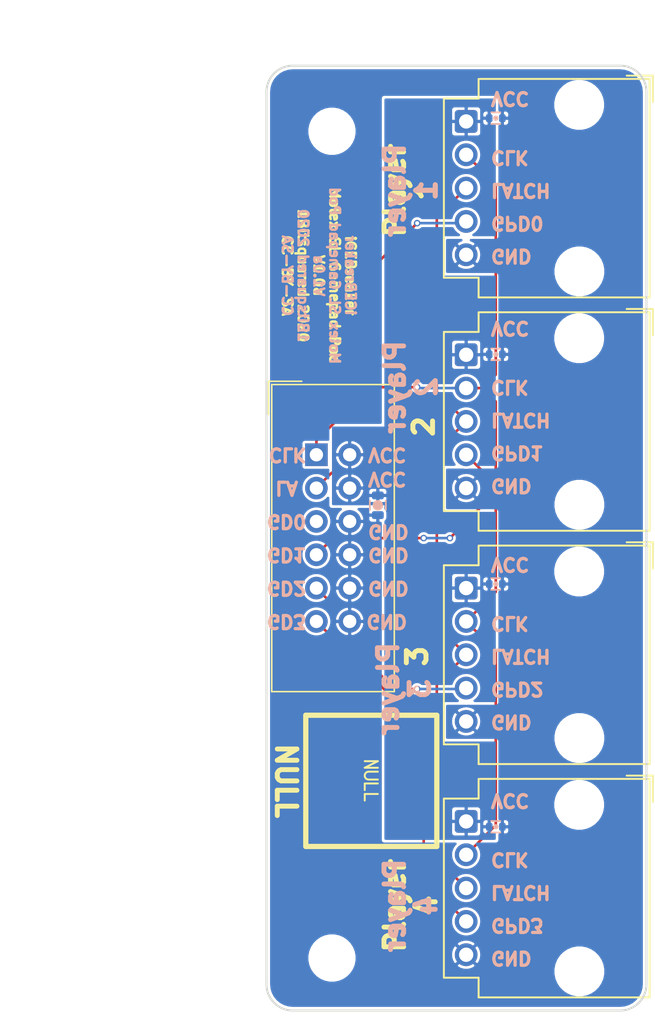
<source format=kicad_pcb>
(kicad_pcb (version 20171130) (host pcbnew 5.1.5-52549c5~86~ubuntu19.10.1)

  (general
    (thickness 0.8)
    (drawings 54)
    (tracks 54)
    (zones 0)
    (modules 13)
    (nets 9)
  )

  (page A4)
  (title_block
    (title "iCEBreaker PMOD - Gamepad & Audio - Molex SL Pod")
    (rev V1.0a)
    (company 1BitSquared)
    (comment 1 "2020 (C) 1BitSquared <info@1bitsquared.com>")
    (comment 2 "2020 (C) Piotr Esden-Tempski <piotr@esden.net>")
    (comment 3 "License: CC-BY-SA 4.0")
  )

  (layers
    (0 F.Cu signal)
    (31 B.Cu signal)
    (33 F.Adhes user)
    (34 B.Paste user)
    (35 F.Paste user)
    (36 B.SilkS user)
    (37 F.SilkS user)
    (38 B.Mask user)
    (39 F.Mask user)
    (40 Dwgs.User user)
    (44 Edge.Cuts user)
    (46 B.CrtYd user)
    (47 F.CrtYd user)
    (48 B.Fab user)
    (49 F.Fab user)
  )

  (setup
    (last_trace_width 0.2)
    (user_trace_width 0.3)
    (trace_clearance 0.2)
    (zone_clearance 0.2)
    (zone_45_only yes)
    (trace_min 0.2)
    (via_size 0.5)
    (via_drill 0.3)
    (via_min_size 0.5)
    (via_min_drill 0.3)
    (uvia_size 0.3)
    (uvia_drill 0.1)
    (uvias_allowed no)
    (uvia_min_size 0.2)
    (uvia_min_drill 0.1)
    (edge_width 0.15)
    (segment_width 0.15)
    (pcb_text_width 0.3)
    (pcb_text_size 1.5 1.5)
    (mod_edge_width 0.15)
    (mod_text_size 1 1)
    (mod_text_width 0.15)
    (pad_size 0.5 0.6)
    (pad_drill 0)
    (pad_to_mask_clearance 0.05)
    (solder_mask_min_width 0.05)
    (aux_axis_origin 37.4 110)
    (grid_origin 37.4 74)
    (visible_elements FFFFFF1F)
    (pcbplotparams
      (layerselection 0x010fc_ffffffff)
      (usegerberextensions true)
      (usegerberattributes false)
      (usegerberadvancedattributes false)
      (creategerberjobfile false)
      (excludeedgelayer true)
      (linewidth 0.300000)
      (plotframeref false)
      (viasonmask false)
      (mode 1)
      (useauxorigin true)
      (hpglpennumber 1)
      (hpglpenspeed 20)
      (hpglpendiameter 15.000000)
      (psnegative false)
      (psa4output false)
      (plotreference true)
      (plotvalue true)
      (plotinvisibletext false)
      (padsonsilk false)
      (subtractmaskfromsilk true)
      (outputformat 1)
      (mirror false)
      (drillshape 0)
      (scaleselection 1)
      (outputdirectory "gerber"))
  )

  (net 0 "")
  (net 1 GND)
  (net 2 /LATCH)
  (net 3 /CLK)
  (net 4 /GPD1)
  (net 5 /GPD0)
  (net 6 /GPD3)
  (net 7 /GPD2)
  (net 8 VCC)

  (net_class Default "This is the default net class."
    (clearance 0.2)
    (trace_width 0.2)
    (via_dia 0.5)
    (via_drill 0.3)
    (uvia_dia 0.3)
    (uvia_drill 0.1)
    (add_net /CLK)
    (add_net /GPD0)
    (add_net /GPD1)
    (add_net /GPD2)
    (add_net /GPD3)
    (add_net /LATCH)
    (add_net GND)
    (add_net VCC)
  )

  (module pkl_logos:null_Logo_SilkS_10mm locked (layer F.Cu) (tedit 5E7ED204) (tstamp 5BEA8E64)
    (at 45.4 92.5 270)
    (fp_text reference REF** (at 0 4 90) (layer F.Fab) hide
      (effects (font (size 1 1) (thickness 0.15)))
    )
    (fp_text value null_Logo_SilkS_10mm (at 0 -4 90) (layer F.Fab) hide
      (effects (font (size 1 1) (thickness 0.15)))
    )
    (fp_arc (start -0.4 0.2) (end -0.7 0.2) (angle -180) (layer F.SilkS) (width 0.15))
    (fp_line (start 1 0.5) (end 1.5 0.5) (layer F.SilkS) (width 0.15))
    (fp_line (start 1 -0.5) (end 1 0.5) (layer F.SilkS) (width 0.15))
    (fp_line (start 0.2 0.5) (end 0.7 0.5) (layer F.SilkS) (width 0.15))
    (fp_line (start 0.2 -0.5) (end 0.2 0.5) (layer F.SilkS) (width 0.15))
    (fp_line (start -0.1 -0.5) (end -0.1 0.2) (layer F.SilkS) (width 0.15))
    (fp_line (start -0.7 -0.5) (end -0.7 0.2) (layer F.SilkS) (width 0.15))
    (fp_line (start -1 0.5) (end -1 -0.5) (layer F.SilkS) (width 0.15))
    (fp_line (start -1.5 -0.5) (end -1 0.5) (layer F.SilkS) (width 0.15))
    (fp_line (start -1.5 0.5) (end -1.5 -0.5) (layer F.SilkS) (width 0.15))
    (fp_line (start 5 -5) (end -5 -5) (layer F.SilkS) (width 0.4))
    (fp_line (start -5 -5) (end -5 5) (layer F.SilkS) (width 0.4))
    (fp_line (start 5 -5) (end 5 5) (layer F.SilkS) (width 0.4))
    (fp_line (start -5 5) (end 5 5) (layer F.SilkS) (width 0.4))
  )

  (module MountingHole:MountingHole_3.2mm_M3 locked (layer F.Cu) (tedit 5E97A546) (tstamp 5E982C4F)
    (at 42.4 43)
    (descr "Mounting Hole 3.2mm, no annular, M3")
    (tags "mounting hole 3.2mm no annular m3")
    (attr virtual)
    (fp_text reference REF** (at 0 -4.2) (layer F.Fab)
      (effects (font (size 1 1) (thickness 0.15)))
    )
    (fp_text value MountingHole_3.2mm_M3 (at 0 4.2) (layer F.Fab)
      (effects (font (size 1 1) (thickness 0.15)))
    )
    (fp_circle (center 0 0) (end 3.45 0) (layer F.CrtYd) (width 0.05))
    (fp_circle (center 0 0) (end 3.2 0) (layer Cmts.User) (width 0.15))
    (pad 1 np_thru_hole circle (at 0 0) (size 3.2 3.2) (drill 3.2) (layers *.Cu *.Mask))
  )

  (module MountingHole:MountingHole_3.2mm_M3 locked (layer F.Cu) (tedit 5E97A52E) (tstamp 5E982C58)
    (at 42.4 106)
    (descr "Mounting Hole 3.2mm, no annular, M3")
    (tags "mounting hole 3.2mm no annular m3")
    (attr virtual)
    (fp_text reference REF** (at 0 -4.2) (layer F.Fab)
      (effects (font (size 1 1) (thickness 0.15)))
    )
    (fp_text value MountingHole_3.2mm_M3 (at 0 4.2) (layer F.Fab)
      (effects (font (size 1 1) (thickness 0.15)))
    )
    (fp_circle (center 0 0) (end 3.2 0) (layer Cmts.User) (width 0.15))
    (fp_circle (center 0 0) (end 3.45 0) (layer F.CrtYd) (width 0.05))
    (pad 1 np_thru_hole circle (at 0 0) (size 3.2 3.2) (drill 3.2) (layers *.Cu *.Mask))
  )

  (module Connector_IDC:IDC-Header_2x06_P2.54mm_Vertical (layer F.Cu) (tedit 5E97A38F) (tstamp 5E97612D)
    (at 41.21 67.65)
    (descr "Through hole straight IDC box header, 2x06, 2.54mm pitch, double rows")
    (tags "Through hole IDC box header THT 2x06 2.54mm double row")
    (path /5EAB5279)
    (fp_text reference J3 (at 1.27 -6.604) (layer F.Fab)
      (effects (font (size 1 1) (thickness 0.15)))
    )
    (fp_text value Gamepads (at 1.27 19.304) (layer F.Fab)
      (effects (font (size 1 1) (thickness 0.15)))
    )
    (fp_line (start -3.655 -5.6) (end -1.115 -5.6) (layer F.SilkS) (width 0.12))
    (fp_line (start -3.655 -5.6) (end -3.655 -3.06) (layer F.SilkS) (width 0.12))
    (fp_line (start -3.405 -5.35) (end 5.945 -5.35) (layer F.SilkS) (width 0.12))
    (fp_line (start -3.405 18.05) (end -3.405 -5.35) (layer F.SilkS) (width 0.12))
    (fp_line (start 5.945 18.05) (end -3.405 18.05) (layer F.SilkS) (width 0.12))
    (fp_line (start 5.945 -5.35) (end 5.945 18.05) (layer F.SilkS) (width 0.12))
    (fp_line (start -3.41 -5.35) (end 5.95 -5.35) (layer F.CrtYd) (width 0.05))
    (fp_line (start -3.41 18.05) (end -3.41 -5.35) (layer F.CrtYd) (width 0.05))
    (fp_line (start 5.95 18.05) (end -3.41 18.05) (layer F.CrtYd) (width 0.05))
    (fp_line (start 5.95 -5.35) (end 5.95 18.05) (layer F.CrtYd) (width 0.05))
    (fp_line (start -3.155 17.8) (end -2.605 17.24) (layer F.Fab) (width 0.1))
    (fp_line (start -3.155 -5.1) (end -2.605 -4.56) (layer F.Fab) (width 0.1))
    (fp_line (start 5.695 17.8) (end 5.145 17.24) (layer F.Fab) (width 0.1))
    (fp_line (start 5.695 -5.1) (end 5.145 -4.56) (layer F.Fab) (width 0.1))
    (fp_line (start 5.145 17.24) (end -2.605 17.24) (layer F.Fab) (width 0.1))
    (fp_line (start 5.695 17.8) (end -3.155 17.8) (layer F.Fab) (width 0.1))
    (fp_line (start 5.145 -4.56) (end -2.605 -4.56) (layer F.Fab) (width 0.1))
    (fp_line (start 5.695 -5.1) (end -3.155 -5.1) (layer F.Fab) (width 0.1))
    (fp_line (start -2.605 8.6) (end -3.155 8.6) (layer F.Fab) (width 0.1))
    (fp_line (start -2.605 4.1) (end -3.155 4.1) (layer F.Fab) (width 0.1))
    (fp_line (start -2.605 8.6) (end -2.605 17.24) (layer F.Fab) (width 0.1))
    (fp_line (start -2.605 -4.56) (end -2.605 4.1) (layer F.Fab) (width 0.1))
    (fp_line (start -3.155 -5.1) (end -3.155 17.8) (layer F.Fab) (width 0.1))
    (fp_line (start 5.145 -4.56) (end 5.145 17.24) (layer F.Fab) (width 0.1))
    (fp_line (start 5.695 -5.1) (end 5.695 17.8) (layer F.Fab) (width 0.1))
    (pad 12 thru_hole oval (at 2.54 12.7) (size 1.7272 1.7272) (drill 1.016) (layers *.Cu *.Mask)
      (net 1 GND))
    (pad 11 thru_hole oval (at 0 12.7) (size 1.7272 1.7272) (drill 1.016) (layers *.Cu *.Mask)
      (net 6 /GPD3))
    (pad 10 thru_hole oval (at 2.54 10.16) (size 1.7272 1.7272) (drill 1.016) (layers *.Cu *.Mask)
      (net 1 GND))
    (pad 9 thru_hole oval (at 0 10.16) (size 1.7272 1.7272) (drill 1.016) (layers *.Cu *.Mask)
      (net 7 /GPD2))
    (pad 8 thru_hole oval (at 2.54 7.62) (size 1.7272 1.7272) (drill 1.016) (layers *.Cu *.Mask)
      (net 1 GND))
    (pad 7 thru_hole oval (at 0 7.62) (size 1.7272 1.7272) (drill 1.016) (layers *.Cu *.Mask)
      (net 4 /GPD1))
    (pad 6 thru_hole oval (at 2.54 5.08) (size 1.7272 1.7272) (drill 1.016) (layers *.Cu *.Mask)
      (net 1 GND))
    (pad 5 thru_hole oval (at 0 5.08) (size 1.7272 1.7272) (drill 1.016) (layers *.Cu *.Mask)
      (net 5 /GPD0))
    (pad 4 thru_hole oval (at 2.54 2.54) (size 1.7272 1.7272) (drill 1.016) (layers *.Cu *.Mask)
      (net 8 VCC))
    (pad 3 thru_hole oval (at 0 2.54) (size 1.7272 1.7272) (drill 1.016) (layers *.Cu *.Mask)
      (net 2 /LATCH))
    (pad 2 thru_hole oval (at 2.54 0) (size 1.7272 1.7272) (drill 1.016) (layers *.Cu *.Mask)
      (net 8 VCC))
    (pad 1 thru_hole rect (at 0 0) (size 1.7272 1.7272) (drill 1.016) (layers *.Cu *.Mask)
      (net 3 /CLK))
    (model ${KISYS3DMOD}/Connector_IDC.3dshapes/IDC-Header_2x06_P2.54mm_Vertical.wrl
      (at (xyz 0 0 0))
      (scale (xyz 1 1 1))
      (rotate (xyz 0 0 0))
    )
  )

  (module pkl_connectors:Molex_SL_70551-0004_1x5_P2.54mm_Horizontal (layer F.Cu) (tedit 5E979CB7) (tstamp 5E98000E)
    (at 52.64 95.59 270)
    (path /5E9B4EF0)
    (fp_text reference J5 (at 0 5 90) (layer F.Fab)
      (effects (font (size 1 1) (thickness 0.15)))
    )
    (fp_text value Gamepad (at 0 3 90) (layer F.Fab)
      (effects (font (size 1 1) (thickness 0.15)))
    )
    (fp_line (start -3.49 -14.25) (end -1.49 -14.25) (layer F.SilkS) (width 0.15))
    (fp_line (start -3.49 -14.25) (end -3.49 -12.25) (layer F.SilkS) (width 0.15))
    (fp_line (start 12.31 -0.55) (end 12.31 2.1) (layer F.CrtYd) (width 0.05))
    (fp_line (start 13.86 -0.55) (end 12.31 -0.55) (layer F.CrtYd) (width 0.05))
    (fp_line (start 13.86 -14.4) (end 13.86 -0.55) (layer F.CrtYd) (width 0.05))
    (fp_line (start -3.69 -14.4) (end 13.86 -14.4) (layer F.CrtYd) (width 0.05))
    (fp_line (start -3.69 -0.55) (end -3.69 -14.4) (layer F.CrtYd) (width 0.05))
    (fp_line (start -2.14 -0.55) (end -3.69 -0.55) (layer F.CrtYd) (width 0.05))
    (fp_line (start -2.14 2.1) (end -2.14 -0.55) (layer F.CrtYd) (width 0.05))
    (fp_line (start 12.31 2.1) (end -2.14 2.1) (layer F.CrtYd) (width 0.05))
    (fp_line (start 3.81 -3.81) (end 3.81 -8.89) (layer F.Fab) (width 0.05))
    (fp_line (start 8.89 -8.89) (end 8.89 -13.9) (layer F.Fab) (width 0.05))
    (fp_line (start 6.35 -8.89) (end 8.89 -8.89) (layer F.Fab) (width 0.05))
    (fp_line (start 6.35 -3.81) (end 6.35 -8.89) (layer F.Fab) (width 0.05))
    (fp_line (start -1.65 1.6) (end 11.81 1.6) (layer F.Fab) (width 0.05))
    (fp_line (start 13.335 -1.05) (end 13.335 -13.9) (layer F.Fab) (width 0.05))
    (fp_line (start -1.65 -1.05) (end -3.175 -1.05) (layer F.Fab) (width 0.05))
    (fp_line (start 1.27 -8.89) (end 1.27 -13.9) (layer B.CrtYd) (width 0.05))
    (fp_line (start 13.335 -13.9) (end -3.175 -13.9) (layer F.Fab) (width 0.05))
    (fp_line (start -2.54 -12) (end -2.14 -13.9) (layer F.Fab) (width 0.05))
    (fp_line (start -3.175 -1.05) (end -3.175 -13.9) (layer F.Fab) (width 0.05))
    (fp_line (start 11.81 -1.05) (end 13.335 -1.05) (layer F.Fab) (width 0.05))
    (fp_line (start -1.65 1.6) (end -1.65 -1.05) (layer F.Fab) (width 0.05))
    (fp_line (start 6.35 -3.81) (end 3.81 -3.81) (layer F.Fab) (width 0.05))
    (fp_line (start 3.81 -8.89) (end 1.27 -8.89) (layer F.Fab) (width 0.05))
    (fp_line (start 11.81 1.6) (end 11.81 -1.05) (layer F.Fab) (width 0.05))
    (fp_line (start -2.94 -13.9) (end -2.54 -12) (layer F.Fab) (width 0.05))
    (fp_line (start 1.27 -8.89) (end 1.27 -13.9) (layer F.Fab) (width 0.05))
    (fp_line (start 13.41 -14) (end -3.24 -14) (layer F.SilkS) (width 0.15))
    (fp_line (start -1.74 1.7) (end 11.91 1.7) (layer F.SilkS) (width 0.15))
    (fp_line (start -1.74 -0.95) (end -3.24 -0.95) (layer F.SilkS) (width 0.15))
    (fp_line (start -1.74 1.7) (end -1.74 -0.95) (layer F.SilkS) (width 0.15))
    (fp_line (start -3.24 -1.05) (end -3.24 -14) (layer F.SilkS) (width 0.15))
    (fp_line (start 13.41 -0.95) (end 13.41 -14) (layer F.SilkS) (width 0.15))
    (fp_line (start 11.91 -0.95) (end 13.41 -0.95) (layer F.SilkS) (width 0.15))
    (fp_line (start 11.91 1.7) (end 11.91 -0.95) (layer F.SilkS) (width 0.15))
    (pad "" np_thru_hole circle (at -1.265 -8.625 90) (size 3.4 3.4) (drill 3.4) (layers *.Cu *.Mask))
    (pad "" np_thru_hole circle (at 11.43 -8.64 90) (size 3.4 3.4) (drill 3.4) (layers *.Cu *.Mask))
    (pad 5 thru_hole circle (at 10.16 0 270) (size 1.74 1.74) (drill 1.09) (layers *.Cu *.Mask)
      (net 1 GND))
    (pad 3 thru_hole circle (at 5.08 0 270) (size 1.74 1.74) (drill 1.09) (layers *.Cu *.Mask)
      (net 2 /LATCH))
    (pad 4 thru_hole circle (at 7.62 0 270) (size 1.74 1.74) (drill 1.09) (layers *.Cu *.Mask)
      (net 6 /GPD3))
    (pad 2 thru_hole circle (at 2.54 0 270) (size 1.74 1.74) (drill 1.09) (layers *.Cu *.Mask)
      (net 3 /CLK))
    (pad 1 thru_hole roundrect (at 0 0 270) (size 1.74 1.74) (drill 1.09) (layers *.Cu *.Mask) (roundrect_rratio 0.143678)
      (net 8 VCC))
    (model /mnt/venture-data/projects/icebreaker/icebreaker-pmod-git/lib/pkl/packages3d/pkl_connectors.3dshapes/molex_70551-0004.stp
      (offset (xyz 5.08 7.2 3))
      (scale (xyz 1 1 1))
      (rotate (xyz -90 0 180))
    )
  )

  (module pkl_connectors:Molex_SL_70551-0004_1x5_P2.54mm_Horizontal (layer F.Cu) (tedit 5E979CB7) (tstamp 5E97FFDF)
    (at 52.64 77.81 270)
    (path /5E99E038)
    (fp_text reference J4 (at 0 5 90) (layer F.Fab)
      (effects (font (size 1 1) (thickness 0.15)))
    )
    (fp_text value Gamepad (at 0 3 90) (layer F.Fab)
      (effects (font (size 1 1) (thickness 0.15)))
    )
    (fp_line (start -3.49 -14.25) (end -1.49 -14.25) (layer F.SilkS) (width 0.15))
    (fp_line (start -3.49 -14.25) (end -3.49 -12.25) (layer F.SilkS) (width 0.15))
    (fp_line (start 12.31 -0.55) (end 12.31 2.1) (layer F.CrtYd) (width 0.05))
    (fp_line (start 13.86 -0.55) (end 12.31 -0.55) (layer F.CrtYd) (width 0.05))
    (fp_line (start 13.86 -14.4) (end 13.86 -0.55) (layer F.CrtYd) (width 0.05))
    (fp_line (start -3.69 -14.4) (end 13.86 -14.4) (layer F.CrtYd) (width 0.05))
    (fp_line (start -3.69 -0.55) (end -3.69 -14.4) (layer F.CrtYd) (width 0.05))
    (fp_line (start -2.14 -0.55) (end -3.69 -0.55) (layer F.CrtYd) (width 0.05))
    (fp_line (start -2.14 2.1) (end -2.14 -0.55) (layer F.CrtYd) (width 0.05))
    (fp_line (start 12.31 2.1) (end -2.14 2.1) (layer F.CrtYd) (width 0.05))
    (fp_line (start 3.81 -3.81) (end 3.81 -8.89) (layer F.Fab) (width 0.05))
    (fp_line (start 8.89 -8.89) (end 8.89 -13.9) (layer F.Fab) (width 0.05))
    (fp_line (start 6.35 -8.89) (end 8.89 -8.89) (layer F.Fab) (width 0.05))
    (fp_line (start 6.35 -3.81) (end 6.35 -8.89) (layer F.Fab) (width 0.05))
    (fp_line (start -1.65 1.6) (end 11.81 1.6) (layer F.Fab) (width 0.05))
    (fp_line (start 13.335 -1.05) (end 13.335 -13.9) (layer F.Fab) (width 0.05))
    (fp_line (start -1.65 -1.05) (end -3.175 -1.05) (layer F.Fab) (width 0.05))
    (fp_line (start 1.27 -8.89) (end 1.27 -13.9) (layer B.CrtYd) (width 0.05))
    (fp_line (start 13.335 -13.9) (end -3.175 -13.9) (layer F.Fab) (width 0.05))
    (fp_line (start -2.54 -12) (end -2.14 -13.9) (layer F.Fab) (width 0.05))
    (fp_line (start -3.175 -1.05) (end -3.175 -13.9) (layer F.Fab) (width 0.05))
    (fp_line (start 11.81 -1.05) (end 13.335 -1.05) (layer F.Fab) (width 0.05))
    (fp_line (start -1.65 1.6) (end -1.65 -1.05) (layer F.Fab) (width 0.05))
    (fp_line (start 6.35 -3.81) (end 3.81 -3.81) (layer F.Fab) (width 0.05))
    (fp_line (start 3.81 -8.89) (end 1.27 -8.89) (layer F.Fab) (width 0.05))
    (fp_line (start 11.81 1.6) (end 11.81 -1.05) (layer F.Fab) (width 0.05))
    (fp_line (start -2.94 -13.9) (end -2.54 -12) (layer F.Fab) (width 0.05))
    (fp_line (start 1.27 -8.89) (end 1.27 -13.9) (layer F.Fab) (width 0.05))
    (fp_line (start 13.41 -14) (end -3.24 -14) (layer F.SilkS) (width 0.15))
    (fp_line (start -1.74 1.7) (end 11.91 1.7) (layer F.SilkS) (width 0.15))
    (fp_line (start -1.74 -0.95) (end -3.24 -0.95) (layer F.SilkS) (width 0.15))
    (fp_line (start -1.74 1.7) (end -1.74 -0.95) (layer F.SilkS) (width 0.15))
    (fp_line (start -3.24 -1.05) (end -3.24 -14) (layer F.SilkS) (width 0.15))
    (fp_line (start 13.41 -0.95) (end 13.41 -14) (layer F.SilkS) (width 0.15))
    (fp_line (start 11.91 -0.95) (end 13.41 -0.95) (layer F.SilkS) (width 0.15))
    (fp_line (start 11.91 1.7) (end 11.91 -0.95) (layer F.SilkS) (width 0.15))
    (pad "" np_thru_hole circle (at -1.265 -8.625 90) (size 3.4 3.4) (drill 3.4) (layers *.Cu *.Mask))
    (pad "" np_thru_hole circle (at 11.43 -8.64 90) (size 3.4 3.4) (drill 3.4) (layers *.Cu *.Mask))
    (pad 5 thru_hole circle (at 10.16 0 270) (size 1.74 1.74) (drill 1.09) (layers *.Cu *.Mask)
      (net 1 GND))
    (pad 3 thru_hole circle (at 5.08 0 270) (size 1.74 1.74) (drill 1.09) (layers *.Cu *.Mask)
      (net 2 /LATCH))
    (pad 4 thru_hole circle (at 7.62 0 270) (size 1.74 1.74) (drill 1.09) (layers *.Cu *.Mask)
      (net 7 /GPD2))
    (pad 2 thru_hole circle (at 2.54 0 270) (size 1.74 1.74) (drill 1.09) (layers *.Cu *.Mask)
      (net 3 /CLK))
    (pad 1 thru_hole roundrect (at 0 0 270) (size 1.74 1.74) (drill 1.09) (layers *.Cu *.Mask) (roundrect_rratio 0.143678)
      (net 8 VCC))
    (model /mnt/venture-data/projects/icebreaker/icebreaker-pmod-git/lib/pkl/packages3d/pkl_connectors.3dshapes/molex_70551-0004.stp
      (offset (xyz 5.08 7.2 3))
      (scale (xyz 1 1 1))
      (rotate (xyz -90 0 180))
    )
  )

  (module pkl_connectors:Molex_SL_70551-0004_1x5_P2.54mm_Horizontal (layer F.Cu) (tedit 5E979CB7) (tstamp 5E97FF5E)
    (at 52.64 60.03 270)
    (path /5E99BFE6)
    (fp_text reference J2 (at 0 5 90) (layer F.Fab)
      (effects (font (size 1 1) (thickness 0.15)))
    )
    (fp_text value Gamepad (at 0 3 90) (layer F.Fab)
      (effects (font (size 1 1) (thickness 0.15)))
    )
    (fp_line (start -3.49 -14.25) (end -1.49 -14.25) (layer F.SilkS) (width 0.15))
    (fp_line (start -3.49 -14.25) (end -3.49 -12.25) (layer F.SilkS) (width 0.15))
    (fp_line (start 12.31 -0.55) (end 12.31 2.1) (layer F.CrtYd) (width 0.05))
    (fp_line (start 13.86 -0.55) (end 12.31 -0.55) (layer F.CrtYd) (width 0.05))
    (fp_line (start 13.86 -14.4) (end 13.86 -0.55) (layer F.CrtYd) (width 0.05))
    (fp_line (start -3.69 -14.4) (end 13.86 -14.4) (layer F.CrtYd) (width 0.05))
    (fp_line (start -3.69 -0.55) (end -3.69 -14.4) (layer F.CrtYd) (width 0.05))
    (fp_line (start -2.14 -0.55) (end -3.69 -0.55) (layer F.CrtYd) (width 0.05))
    (fp_line (start -2.14 2.1) (end -2.14 -0.55) (layer F.CrtYd) (width 0.05))
    (fp_line (start 12.31 2.1) (end -2.14 2.1) (layer F.CrtYd) (width 0.05))
    (fp_line (start 3.81 -3.81) (end 3.81 -8.89) (layer F.Fab) (width 0.05))
    (fp_line (start 8.89 -8.89) (end 8.89 -13.9) (layer F.Fab) (width 0.05))
    (fp_line (start 6.35 -8.89) (end 8.89 -8.89) (layer F.Fab) (width 0.05))
    (fp_line (start 6.35 -3.81) (end 6.35 -8.89) (layer F.Fab) (width 0.05))
    (fp_line (start -1.65 1.6) (end 11.81 1.6) (layer F.Fab) (width 0.05))
    (fp_line (start 13.335 -1.05) (end 13.335 -13.9) (layer F.Fab) (width 0.05))
    (fp_line (start -1.65 -1.05) (end -3.175 -1.05) (layer F.Fab) (width 0.05))
    (fp_line (start 1.27 -8.89) (end 1.27 -13.9) (layer B.CrtYd) (width 0.05))
    (fp_line (start 13.335 -13.9) (end -3.175 -13.9) (layer F.Fab) (width 0.05))
    (fp_line (start -2.54 -12) (end -2.14 -13.9) (layer F.Fab) (width 0.05))
    (fp_line (start -3.175 -1.05) (end -3.175 -13.9) (layer F.Fab) (width 0.05))
    (fp_line (start 11.81 -1.05) (end 13.335 -1.05) (layer F.Fab) (width 0.05))
    (fp_line (start -1.65 1.6) (end -1.65 -1.05) (layer F.Fab) (width 0.05))
    (fp_line (start 6.35 -3.81) (end 3.81 -3.81) (layer F.Fab) (width 0.05))
    (fp_line (start 3.81 -8.89) (end 1.27 -8.89) (layer F.Fab) (width 0.05))
    (fp_line (start 11.81 1.6) (end 11.81 -1.05) (layer F.Fab) (width 0.05))
    (fp_line (start -2.94 -13.9) (end -2.54 -12) (layer F.Fab) (width 0.05))
    (fp_line (start 1.27 -8.89) (end 1.27 -13.9) (layer F.Fab) (width 0.05))
    (fp_line (start 13.41 -14) (end -3.24 -14) (layer F.SilkS) (width 0.15))
    (fp_line (start -1.74 1.7) (end 11.91 1.7) (layer F.SilkS) (width 0.15))
    (fp_line (start -1.74 -0.95) (end -3.24 -0.95) (layer F.SilkS) (width 0.15))
    (fp_line (start -1.74 1.7) (end -1.74 -0.95) (layer F.SilkS) (width 0.15))
    (fp_line (start -3.24 -1.05) (end -3.24 -14) (layer F.SilkS) (width 0.15))
    (fp_line (start 13.41 -0.95) (end 13.41 -14) (layer F.SilkS) (width 0.15))
    (fp_line (start 11.91 -0.95) (end 13.41 -0.95) (layer F.SilkS) (width 0.15))
    (fp_line (start 11.91 1.7) (end 11.91 -0.95) (layer F.SilkS) (width 0.15))
    (pad "" np_thru_hole circle (at -1.265 -8.625 90) (size 3.4 3.4) (drill 3.4) (layers *.Cu *.Mask))
    (pad "" np_thru_hole circle (at 11.43 -8.64 90) (size 3.4 3.4) (drill 3.4) (layers *.Cu *.Mask))
    (pad 5 thru_hole circle (at 10.16 0 270) (size 1.74 1.74) (drill 1.09) (layers *.Cu *.Mask)
      (net 1 GND))
    (pad 3 thru_hole circle (at 5.08 0 270) (size 1.74 1.74) (drill 1.09) (layers *.Cu *.Mask)
      (net 2 /LATCH))
    (pad 4 thru_hole circle (at 7.62 0 270) (size 1.74 1.74) (drill 1.09) (layers *.Cu *.Mask)
      (net 4 /GPD1))
    (pad 2 thru_hole circle (at 2.54 0 270) (size 1.74 1.74) (drill 1.09) (layers *.Cu *.Mask)
      (net 3 /CLK))
    (pad 1 thru_hole roundrect (at 0 0 270) (size 1.74 1.74) (drill 1.09) (layers *.Cu *.Mask) (roundrect_rratio 0.143678)
      (net 8 VCC))
    (model /mnt/venture-data/projects/icebreaker/icebreaker-pmod-git/lib/pkl/packages3d/pkl_connectors.3dshapes/molex_70551-0004.stp
      (offset (xyz 5.08 7.2 3))
      (scale (xyz 1 1 1))
      (rotate (xyz -90 0 180))
    )
  )

  (module pkl_connectors:Molex_SL_70551-0004_1x5_P2.54mm_Horizontal (layer F.Cu) (tedit 5E979CB7) (tstamp 5E97FF2F)
    (at 52.64 42.25 270)
    (path /5E99318F)
    (fp_text reference J1 (at 0 5 90) (layer F.Fab)
      (effects (font (size 1 1) (thickness 0.15)))
    )
    (fp_text value Gamepad (at 0 3 90) (layer F.Fab)
      (effects (font (size 1 1) (thickness 0.15)))
    )
    (fp_line (start -3.49 -14.25) (end -1.49 -14.25) (layer F.SilkS) (width 0.15))
    (fp_line (start -3.49 -14.25) (end -3.49 -12.25) (layer F.SilkS) (width 0.15))
    (fp_line (start 12.31 -0.55) (end 12.31 2.1) (layer F.CrtYd) (width 0.05))
    (fp_line (start 13.86 -0.55) (end 12.31 -0.55) (layer F.CrtYd) (width 0.05))
    (fp_line (start 13.86 -14.4) (end 13.86 -0.55) (layer F.CrtYd) (width 0.05))
    (fp_line (start -3.69 -14.4) (end 13.86 -14.4) (layer F.CrtYd) (width 0.05))
    (fp_line (start -3.69 -0.55) (end -3.69 -14.4) (layer F.CrtYd) (width 0.05))
    (fp_line (start -2.14 -0.55) (end -3.69 -0.55) (layer F.CrtYd) (width 0.05))
    (fp_line (start -2.14 2.1) (end -2.14 -0.55) (layer F.CrtYd) (width 0.05))
    (fp_line (start 12.31 2.1) (end -2.14 2.1) (layer F.CrtYd) (width 0.05))
    (fp_line (start 3.81 -3.81) (end 3.81 -8.89) (layer F.Fab) (width 0.05))
    (fp_line (start 8.89 -8.89) (end 8.89 -13.9) (layer F.Fab) (width 0.05))
    (fp_line (start 6.35 -8.89) (end 8.89 -8.89) (layer F.Fab) (width 0.05))
    (fp_line (start 6.35 -3.81) (end 6.35 -8.89) (layer F.Fab) (width 0.05))
    (fp_line (start -1.65 1.6) (end 11.81 1.6) (layer F.Fab) (width 0.05))
    (fp_line (start 13.335 -1.05) (end 13.335 -13.9) (layer F.Fab) (width 0.05))
    (fp_line (start -1.65 -1.05) (end -3.175 -1.05) (layer F.Fab) (width 0.05))
    (fp_line (start 1.27 -8.89) (end 1.27 -13.9) (layer B.CrtYd) (width 0.05))
    (fp_line (start 13.335 -13.9) (end -3.175 -13.9) (layer F.Fab) (width 0.05))
    (fp_line (start -2.54 -12) (end -2.14 -13.9) (layer F.Fab) (width 0.05))
    (fp_line (start -3.175 -1.05) (end -3.175 -13.9) (layer F.Fab) (width 0.05))
    (fp_line (start 11.81 -1.05) (end 13.335 -1.05) (layer F.Fab) (width 0.05))
    (fp_line (start -1.65 1.6) (end -1.65 -1.05) (layer F.Fab) (width 0.05))
    (fp_line (start 6.35 -3.81) (end 3.81 -3.81) (layer F.Fab) (width 0.05))
    (fp_line (start 3.81 -8.89) (end 1.27 -8.89) (layer F.Fab) (width 0.05))
    (fp_line (start 11.81 1.6) (end 11.81 -1.05) (layer F.Fab) (width 0.05))
    (fp_line (start -2.94 -13.9) (end -2.54 -12) (layer F.Fab) (width 0.05))
    (fp_line (start 1.27 -8.89) (end 1.27 -13.9) (layer F.Fab) (width 0.05))
    (fp_line (start 13.41 -14) (end -3.24 -14) (layer F.SilkS) (width 0.15))
    (fp_line (start -1.74 1.7) (end 11.91 1.7) (layer F.SilkS) (width 0.15))
    (fp_line (start -1.74 -0.95) (end -3.24 -0.95) (layer F.SilkS) (width 0.15))
    (fp_line (start -1.74 1.7) (end -1.74 -0.95) (layer F.SilkS) (width 0.15))
    (fp_line (start -3.24 -1.05) (end -3.24 -14) (layer F.SilkS) (width 0.15))
    (fp_line (start 13.41 -0.95) (end 13.41 -14) (layer F.SilkS) (width 0.15))
    (fp_line (start 11.91 -0.95) (end 13.41 -0.95) (layer F.SilkS) (width 0.15))
    (fp_line (start 11.91 1.7) (end 11.91 -0.95) (layer F.SilkS) (width 0.15))
    (pad "" np_thru_hole circle (at -1.265 -8.625 90) (size 3.4 3.4) (drill 3.4) (layers *.Cu *.Mask))
    (pad "" np_thru_hole circle (at 11.43 -8.64 90) (size 3.4 3.4) (drill 3.4) (layers *.Cu *.Mask))
    (pad 5 thru_hole circle (at 10.16 0 270) (size 1.74 1.74) (drill 1.09) (layers *.Cu *.Mask)
      (net 1 GND))
    (pad 3 thru_hole circle (at 5.08 0 270) (size 1.74 1.74) (drill 1.09) (layers *.Cu *.Mask)
      (net 2 /LATCH))
    (pad 4 thru_hole circle (at 7.62 0 270) (size 1.74 1.74) (drill 1.09) (layers *.Cu *.Mask)
      (net 5 /GPD0))
    (pad 2 thru_hole circle (at 2.54 0 270) (size 1.74 1.74) (drill 1.09) (layers *.Cu *.Mask)
      (net 3 /CLK))
    (pad 1 thru_hole roundrect (at 0 0 270) (size 1.74 1.74) (drill 1.09) (layers *.Cu *.Mask) (roundrect_rratio 0.143678)
      (net 8 VCC))
    (model /mnt/venture-data/projects/icebreaker/icebreaker-pmod-git/lib/pkl/packages3d/pkl_connectors.3dshapes/molex_70551-0004.stp
      (offset (xyz 5.08 7.2 3))
      (scale (xyz 1 1 1))
      (rotate (xyz -90 0 180))
    )
  )

  (module pkl_dipol:C_0402 (layer B.Cu) (tedit 5B8B5916) (tstamp 5E97FF00)
    (at 54.9 96 180)
    (descr "Capacitor SMD 0402, reflow soldering")
    (tags "capacitor 0402")
    (path /5E9B4F09)
    (attr smd)
    (fp_text reference C5 (at 0 1.1) (layer B.Fab)
      (effects (font (size 0.635 0.635) (thickness 0.1)) (justify mirror))
    )
    (fp_text value 100n (at 0 -1.2) (layer B.Fab)
      (effects (font (size 0.635 0.635) (thickness 0.1)) (justify mirror))
    )
    (fp_line (start 0.35 -0.44) (end -0.35 -0.44) (layer B.SilkS) (width 0.13))
    (fp_line (start -0.35 0.44) (end 0.35 0.44) (layer B.SilkS) (width 0.13))
    (fp_line (start 0.95 0.5) (end 0.95 -0.5) (layer B.CrtYd) (width 0.05))
    (fp_line (start -0.95 0.5) (end -0.95 -0.5) (layer B.CrtYd) (width 0.05))
    (fp_line (start -0.95 -0.5) (end 0.95 -0.5) (layer B.CrtYd) (width 0.05))
    (fp_line (start -0.95 0.5) (end 0.95 0.5) (layer B.CrtYd) (width 0.05))
    (fp_circle (center 0 0) (end 0.1 0) (layer B.SilkS) (width 0.2))
    (pad 2 smd roundrect (at 0.5 0 180) (size 0.5 0.6) (layers B.Cu B.Paste B.Mask) (roundrect_rratio 0.25)
      (net 8 VCC))
    (pad 1 smd roundrect (at -0.5 0 180) (size 0.5 0.6) (layers B.Cu B.Paste B.Mask) (roundrect_rratio 0.25)
      (net 1 GND))
    (model ${KISYS3DMOD}/Capacitor_SMD.3dshapes/C_0402_1005Metric.step
      (at (xyz 0 0 0))
      (scale (xyz 1 1 1))
      (rotate (xyz 0 0 0))
    )
  )

  (module pkl_dipol:C_0402 (layer B.Cu) (tedit 5B8B5916) (tstamp 5E97FEF3)
    (at 54.9 77.5 180)
    (descr "Capacitor SMD 0402, reflow soldering")
    (tags "capacitor 0402")
    (path /5E99E051)
    (attr smd)
    (fp_text reference C4 (at 0 1.1) (layer B.Fab)
      (effects (font (size 0.635 0.635) (thickness 0.1)) (justify mirror))
    )
    (fp_text value 100n (at 0 -1.2) (layer B.Fab)
      (effects (font (size 0.635 0.635) (thickness 0.1)) (justify mirror))
    )
    (fp_line (start 0.35 -0.44) (end -0.35 -0.44) (layer B.SilkS) (width 0.13))
    (fp_line (start -0.35 0.44) (end 0.35 0.44) (layer B.SilkS) (width 0.13))
    (fp_line (start 0.95 0.5) (end 0.95 -0.5) (layer B.CrtYd) (width 0.05))
    (fp_line (start -0.95 0.5) (end -0.95 -0.5) (layer B.CrtYd) (width 0.05))
    (fp_line (start -0.95 -0.5) (end 0.95 -0.5) (layer B.CrtYd) (width 0.05))
    (fp_line (start -0.95 0.5) (end 0.95 0.5) (layer B.CrtYd) (width 0.05))
    (fp_circle (center 0 0) (end 0.1 0) (layer B.SilkS) (width 0.2))
    (pad 2 smd roundrect (at 0.5 0 180) (size 0.5 0.6) (layers B.Cu B.Paste B.Mask) (roundrect_rratio 0.25)
      (net 8 VCC))
    (pad 1 smd roundrect (at -0.5 0 180) (size 0.5 0.6) (layers B.Cu B.Paste B.Mask) (roundrect_rratio 0.25)
      (net 1 GND))
    (model ${KISYS3DMOD}/Capacitor_SMD.3dshapes/C_0402_1005Metric.step
      (at (xyz 0 0 0))
      (scale (xyz 1 1 1))
      (rotate (xyz 0 0 0))
    )
  )

  (module pkl_dipol:C_0402 (layer B.Cu) (tedit 5B8B5916) (tstamp 5E97FEE6)
    (at 54.9 60 180)
    (descr "Capacitor SMD 0402, reflow soldering")
    (tags "capacitor 0402")
    (path /5E99BFFF)
    (attr smd)
    (fp_text reference C3 (at 0 1.1) (layer B.Fab)
      (effects (font (size 0.635 0.635) (thickness 0.1)) (justify mirror))
    )
    (fp_text value 100n (at 0 -1.2) (layer B.Fab)
      (effects (font (size 0.635 0.635) (thickness 0.1)) (justify mirror))
    )
    (fp_line (start 0.35 -0.44) (end -0.35 -0.44) (layer B.SilkS) (width 0.13))
    (fp_line (start -0.35 0.44) (end 0.35 0.44) (layer B.SilkS) (width 0.13))
    (fp_line (start 0.95 0.5) (end 0.95 -0.5) (layer B.CrtYd) (width 0.05))
    (fp_line (start -0.95 0.5) (end -0.95 -0.5) (layer B.CrtYd) (width 0.05))
    (fp_line (start -0.95 -0.5) (end 0.95 -0.5) (layer B.CrtYd) (width 0.05))
    (fp_line (start -0.95 0.5) (end 0.95 0.5) (layer B.CrtYd) (width 0.05))
    (fp_circle (center 0 0) (end 0.1 0) (layer B.SilkS) (width 0.2))
    (pad 2 smd roundrect (at 0.5 0 180) (size 0.5 0.6) (layers B.Cu B.Paste B.Mask) (roundrect_rratio 0.25)
      (net 8 VCC))
    (pad 1 smd roundrect (at -0.5 0 180) (size 0.5 0.6) (layers B.Cu B.Paste B.Mask) (roundrect_rratio 0.25)
      (net 1 GND))
    (model ${KISYS3DMOD}/Capacitor_SMD.3dshapes/C_0402_1005Metric.step
      (at (xyz 0 0 0))
      (scale (xyz 1 1 1))
      (rotate (xyz 0 0 0))
    )
  )

  (module pkl_dipol:C_0402 (layer B.Cu) (tedit 5B8B5916) (tstamp 5E97FED9)
    (at 54.9 42 180)
    (descr "Capacitor SMD 0402, reflow soldering")
    (tags "capacitor 0402")
    (path /5E98AC69)
    (attr smd)
    (fp_text reference C2 (at 0 1.1) (layer B.Fab)
      (effects (font (size 0.635 0.635) (thickness 0.1)) (justify mirror))
    )
    (fp_text value 100n (at 0 -1.2) (layer B.Fab)
      (effects (font (size 0.635 0.635) (thickness 0.1)) (justify mirror))
    )
    (fp_line (start 0.35 -0.44) (end -0.35 -0.44) (layer B.SilkS) (width 0.13))
    (fp_line (start -0.35 0.44) (end 0.35 0.44) (layer B.SilkS) (width 0.13))
    (fp_line (start 0.95 0.5) (end 0.95 -0.5) (layer B.CrtYd) (width 0.05))
    (fp_line (start -0.95 0.5) (end -0.95 -0.5) (layer B.CrtYd) (width 0.05))
    (fp_line (start -0.95 -0.5) (end 0.95 -0.5) (layer B.CrtYd) (width 0.05))
    (fp_line (start -0.95 0.5) (end 0.95 0.5) (layer B.CrtYd) (width 0.05))
    (fp_circle (center 0 0) (end 0.1 0) (layer B.SilkS) (width 0.2))
    (pad 2 smd roundrect (at 0.5 0 180) (size 0.5 0.6) (layers B.Cu B.Paste B.Mask) (roundrect_rratio 0.25)
      (net 8 VCC))
    (pad 1 smd roundrect (at -0.5 0 180) (size 0.5 0.6) (layers B.Cu B.Paste B.Mask) (roundrect_rratio 0.25)
      (net 1 GND))
    (model ${KISYS3DMOD}/Capacitor_SMD.3dshapes/C_0402_1005Metric.step
      (at (xyz 0 0 0))
      (scale (xyz 1 1 1))
      (rotate (xyz 0 0 0))
    )
  )

  (module pkl_dipol:C_0603 (layer B.Cu) (tedit 5B8B5957) (tstamp 5BF62B96)
    (at 45.9 71.5 270)
    (descr "Capacitor SMD 0603, reflow soldering")
    (tags "capacitor 0603")
    (path /5BAA8EB6)
    (attr smd)
    (fp_text reference C1 (at 0 0.05 90) (layer B.Fab)
      (effects (font (size 0.635 0.635) (thickness 0.1)) (justify mirror))
    )
    (fp_text value 10u (at -2.062 0.05 90) (layer B.Fab)
      (effects (font (size 0.635 0.635) (thickness 0.1)) (justify mirror))
    )
    (fp_circle (center 0 0) (end 0.2 0) (layer B.SilkS) (width 0.4))
    (fp_line (start -1.175 0.725) (end 1.175 0.725) (layer B.CrtYd) (width 0.05))
    (fp_line (start -1.175 -0.725) (end 1.175 -0.725) (layer B.CrtYd) (width 0.05))
    (fp_line (start -1.175 0.725) (end -1.175 -0.725) (layer B.CrtYd) (width 0.05))
    (fp_line (start 1.175 0.725) (end 1.175 -0.725) (layer B.CrtYd) (width 0.05))
    (fp_line (start -0.35 0.61) (end 0.35 0.61) (layer B.SilkS) (width 0.13))
    (fp_line (start 0.35 -0.61) (end -0.35 -0.61) (layer B.SilkS) (width 0.13))
    (pad 1 smd roundrect (at -0.75 0 270) (size 0.6 0.9) (layers B.Cu B.Paste B.Mask) (roundrect_rratio 0.25)
      (net 8 VCC))
    (pad 2 smd roundrect (at 0.75 0 270) (size 0.6 0.9) (layers B.Cu B.Paste B.Mask) (roundrect_rratio 0.25)
      (net 1 GND))
    (model ${KISYS3DMOD}/Capacitor_SMD.3dshapes/C_0603_1608Metric.step
      (at (xyz 0 0 0))
      (scale (xyz 1 1 1))
      (rotate (xyz 0 0 0))
    )
  )

  (gr_text "iCEBreaker\nMolex SL Gamepad Pod\nV1.0a\n1Bitsquared 2020\nCC-BY-SA" (at 41.4 54 270) (layer B.SilkS) (tstamp 5E9840B7)
    (effects (font (size 0.75 0.75) (thickness 0.1875)) (justify mirror))
  )
  (gr_text VCC (at 54.4 94 180) (layer B.SilkS) (tstamp 5E984002)
    (effects (font (size 1 1) (thickness 0.25)) (justify left mirror))
  )
  (gr_text GPD3 (at 54.4 103.5 180) (layer B.SilkS) (tstamp 5E984001)
    (effects (font (size 1 1) (thickness 0.25)) (justify left mirror))
  )
  (gr_text CLK (at 54.4 98.5 180) (layer B.SilkS) (tstamp 5E984000)
    (effects (font (size 1 1) (thickness 0.25)) (justify left mirror))
  )
  (gr_text GND (at 54.4 106 180) (layer B.SilkS) (tstamp 5E983FFF)
    (effects (font (size 1 1) (thickness 0.25)) (justify left mirror))
  )
  (gr_text LATCH (at 54.4 101 180) (layer B.SilkS) (tstamp 5E983FFE)
    (effects (font (size 1 1) (thickness 0.25)) (justify left mirror))
  )
  (gr_text CLK (at 54.4 80.5 180) (layer B.SilkS) (tstamp 5E983FF8)
    (effects (font (size 1 1) (thickness 0.25)) (justify left mirror))
  )
  (gr_text GND (at 54.4 88 180) (layer B.SilkS) (tstamp 5E983FF7)
    (effects (font (size 1 1) (thickness 0.25)) (justify left mirror))
  )
  (gr_text VCC (at 54.4 76 180) (layer B.SilkS) (tstamp 5E983FF6)
    (effects (font (size 1 1) (thickness 0.25)) (justify left mirror))
  )
  (gr_text GPD2 (at 54.4 85.5 180) (layer B.SilkS) (tstamp 5E983FF5)
    (effects (font (size 1 1) (thickness 0.25)) (justify left mirror))
  )
  (gr_text LATCH (at 54.4 83 180) (layer B.SilkS) (tstamp 5E983FF4)
    (effects (font (size 1 1) (thickness 0.25)) (justify left mirror))
  )
  (gr_text CLK (at 54.4 62.5 180) (layer B.SilkS) (tstamp 5E983FEE)
    (effects (font (size 1 1) (thickness 0.25)) (justify left mirror))
  )
  (gr_text GND (at 54.4 70 180) (layer B.SilkS) (tstamp 5E983FED)
    (effects (font (size 1 1) (thickness 0.25)) (justify left mirror))
  )
  (gr_text VCC (at 54.4 58 180) (layer B.SilkS) (tstamp 5E983FEC)
    (effects (font (size 1 1) (thickness 0.25)) (justify left mirror))
  )
  (gr_text GPD1 (at 54.4 67.5 180) (layer B.SilkS) (tstamp 5E983FEB)
    (effects (font (size 1 1) (thickness 0.25)) (justify left mirror))
  )
  (gr_text LATCH (at 54.4 65 180) (layer B.SilkS) (tstamp 5E983FEA)
    (effects (font (size 1 1) (thickness 0.25)) (justify left mirror))
  )
  (gr_text VCC (at 54.4 40.5 180) (layer B.SilkS) (tstamp 5E983FE2)
    (effects (font (size 1 1) (thickness 0.25)) (justify left mirror))
  )
  (gr_text GND (at 54.4 52.5 180) (layer B.SilkS) (tstamp 5E983FDF)
    (effects (font (size 1 1) (thickness 0.25)) (justify left mirror))
  )
  (gr_text GPD0 (at 54.4 50 180) (layer B.SilkS) (tstamp 5E983FDC)
    (effects (font (size 1 1) (thickness 0.25)) (justify left mirror))
  )
  (gr_text LATCH (at 54.4 47.5 180) (layer B.SilkS) (tstamp 5E983FD8)
    (effects (font (size 1 1) (thickness 0.25)) (justify left mirror))
  )
  (gr_text "Player\n4" (at 48.4 102 90) (layer B.SilkS) (tstamp 5E983F2E)
    (effects (font (size 1.5 1.5) (thickness 0.375)) (justify mirror))
  )
  (gr_text "Player\n3" (at 47.9 85.5 90) (layer B.SilkS) (tstamp 5E983F2A)
    (effects (font (size 1.5 1.5) (thickness 0.375)) (justify mirror))
  )
  (gr_text "Player\n2" (at 48.4 62.5 90) (layer B.SilkS) (tstamp 5E983F20)
    (effects (font (size 1.5 1.5) (thickness 0.375)) (justify mirror))
  )
  (gr_text "Player\n1" (at 48.4 47.5 90) (layer B.SilkS) (tstamp 5E983F1D)
    (effects (font (size 1.5 1.5) (thickness 0.375)) (justify mirror))
  )
  (gr_text CLK (at 54.4 45 180) (layer B.SilkS) (tstamp 5E983F0E)
    (effects (font (size 1 1) (thickness 0.25)) (justify left mirror))
  )
  (gr_text 3 (at 48.9 83 90) (layer F.SilkS) (tstamp 5E9831A0)
    (effects (font (size 1.5 1.5) (thickness 0.375)))
  )
  (gr_text 2 (at 49.4 65.5 90) (layer F.SilkS) (tstamp 5E98319C)
    (effects (font (size 1.5 1.5) (thickness 0.375)))
  )
  (gr_text "Player\n1" (at 48.4 47.5 90) (layer F.SilkS) (tstamp 5E983199)
    (effects (font (size 1.5 1.5) (thickness 0.375)))
  )
  (gr_text "Player\n4" (at 48.4 102 90) (layer F.SilkS) (tstamp 5E983191)
    (effects (font (size 1.5 1.5) (thickness 0.375)))
  )
  (gr_text VCC (at 45.02 67.65 180) (layer B.SilkS) (tstamp 5E98174D)
    (effects (font (size 1 1) (thickness 0.25)) (justify left mirror))
  )
  (gr_text VCC (at 45.02 69.5 180) (layer B.SilkS) (tstamp 5E98174A)
    (effects (font (size 1 1) (thickness 0.25)) (justify left mirror))
  )
  (gr_text GND (at 45.02 73.5 180) (layer B.SilkS) (tstamp 5E981748)
    (effects (font (size 1 1) (thickness 0.25)) (justify left mirror))
  )
  (gr_text GND (at 45.02 75.27 180) (layer B.SilkS) (tstamp 5E981746)
    (effects (font (size 1 1) (thickness 0.25)) (justify left mirror))
  )
  (gr_text GND (at 44.893 80.35 180) (layer B.SilkS) (tstamp 5E981744)
    (effects (font (size 1 1) (thickness 0.25)) (justify left mirror))
  )
  (gr_text GD3 (at 40.571 80.35 180) (layer B.SilkS) (tstamp 5E9824BB)
    (effects (font (size 1 1) (thickness 0.25)) (justify right mirror))
  )
  (gr_text GD2 (at 40.571 77.81 180) (layer B.SilkS) (tstamp 5E981618)
    (effects (font (size 1 1) (thickness 0.25)) (justify right mirror))
  )
  (gr_text GD1 (at 40.571 75.27 180) (layer B.SilkS) (tstamp 5E9815C1)
    (effects (font (size 1 1) (thickness 0.25)) (justify right mirror))
  )
  (gr_text GD0 (at 40.571 72.73 180) (layer B.SilkS) (tstamp 5E9815BE)
    (effects (font (size 1 1) (thickness 0.25)) (justify right mirror))
  )
  (gr_text NULL (at 38.9 92.5 270) (layer F.SilkS) (tstamp 5BEA88C3)
    (effects (font (size 1.5 1.5) (thickness 0.375)))
  )
  (gr_text "iCEBreaker\nMolex SL Gamepad Pod\nV1.0a\n1Bitsquared 2020\nCC-BY-SA" (at 41.4 54 270) (layer F.SilkS) (tstamp 5BAC2149)
    (effects (font (size 0.75 0.75) (thickness 0.1875)))
  )
  (gr_line (start 39.4 38) (end 64.4 38) (layer Edge.Cuts) (width 0.15))
  (dimension 72 (width 0.3) (layer Dwgs.User)
    (gr_text "2.8346 in" (at 22.6 74 90) (layer Dwgs.User)
      (effects (font (size 1.5 1.5) (thickness 0.3)))
    )
    (feature1 (pts (xy 37.4 38) (xy 24.113579 38)))
    (feature2 (pts (xy 37.4 110) (xy 24.113579 110)))
    (crossbar (pts (xy 24.7 110) (xy 24.7 38)))
    (arrow1a (pts (xy 24.7 38) (xy 25.286421 39.126504)))
    (arrow1b (pts (xy 24.7 38) (xy 24.113579 39.126504)))
    (arrow2a (pts (xy 24.7 110) (xy 25.286421 108.873496)))
    (arrow2b (pts (xy 24.7 110) (xy 24.113579 108.873496)))
  )
  (dimension 29 (width 0.3) (layer Dwgs.User)
    (gr_text "29.000 mm" (at 51.9 34.1) (layer Dwgs.User)
      (effects (font (size 1.5 1.5) (thickness 0.3)))
    )
    (feature1 (pts (xy 66.4 38) (xy 66.4 35.613579)))
    (feature2 (pts (xy 37.4 38) (xy 37.4 35.613579)))
    (crossbar (pts (xy 37.4 36.2) (xy 66.4 36.2)))
    (arrow1a (pts (xy 66.4 36.2) (xy 65.273496 36.786421)))
    (arrow1b (pts (xy 66.4 36.2) (xy 65.273496 35.613579)))
    (arrow2a (pts (xy 37.4 36.2) (xy 38.526504 36.786421)))
    (arrow2b (pts (xy 37.4 36.2) (xy 38.526504 35.613579)))
  )
  (dimension 72 (width 0.3) (layer Dwgs.User)
    (gr_text "72.000 mm" (at 27.200776 74 270) (layer Dwgs.User)
      (effects (font (size 1.5 1.5) (thickness 0.3)))
    )
    (feature1 (pts (xy 37.4 110) (xy 28.714355 110)))
    (feature2 (pts (xy 37.4 38) (xy 28.714355 38)))
    (crossbar (pts (xy 29.300776 38) (xy 29.300776 110)))
    (arrow1a (pts (xy 29.300776 110) (xy 28.714355 108.873496)))
    (arrow1b (pts (xy 29.300776 110) (xy 29.887197 108.873496)))
    (arrow2a (pts (xy 29.300776 38) (xy 28.714355 39.126504)))
    (arrow2b (pts (xy 29.300776 38) (xy 29.887197 39.126504)))
  )
  (gr_text GND (at 45.02 77.81 180) (layer B.SilkS) (tstamp 5C516552)
    (effects (font (size 1 1) (thickness 0.25)) (justify left mirror))
  )
  (gr_text LA (at 39.94 70.19 180) (layer B.SilkS) (tstamp 5C52EB1D)
    (effects (font (size 1 1) (thickness 0.25)) (justify right mirror))
  )
  (gr_text CLK (at 40.571 67.65 180) (layer B.SilkS) (tstamp 5C52EAA1)
    (effects (font (size 1 1) (thickness 0.25)) (justify right mirror))
  )
  (gr_line (start 39.4 110) (end 64.4 110) (layer Edge.Cuts) (width 0.15))
  (gr_arc (start 64.4 40) (end 66.4 40) (angle -90) (layer Edge.Cuts) (width 0.15))
  (gr_arc (start 39.4 40) (end 39.4 38) (angle -90) (layer Edge.Cuts) (width 0.15))
  (gr_arc (start 39.4 108) (end 37.4 108) (angle -90) (layer Edge.Cuts) (width 0.15) (tstamp 5C5246BF))
  (gr_arc (start 64.4 108) (end 64.4 110) (angle -90) (layer Edge.Cuts) (width 0.15))
  (gr_line (start 66.4 40) (end 66.4 108) (layer Edge.Cuts) (width 0.15))
  (gr_line (start 37.4 108) (end 37.4 40) (layer Edge.Cuts) (width 0.15))

  (segment (start 52.64 47.33) (end 50.4 49.57) (width 0.2) (layer F.Cu) (net 2))
  (segment (start 50.4 62.87) (end 52.64 65.11) (width 0.2) (layer F.Cu) (net 2))
  (segment (start 50.4 49.57) (end 50.4 62.87) (width 0.2) (layer F.Cu) (net 2))
  (segment (start 52.64 65.11) (end 50.4 67.35) (width 0.2) (layer F.Cu) (net 2))
  (segment (start 50.4 80.65) (end 52.64 82.89) (width 0.2) (layer F.Cu) (net 2))
  (segment (start 50.373601 69.026399) (end 50.4 69) (width 0.2) (layer F.Cu) (net 2))
  (segment (start 42.373601 69.026399) (end 50.373601 69.026399) (width 0.2) (layer F.Cu) (net 2))
  (segment (start 50.4 67.35) (end 50.4 69) (width 0.2) (layer F.Cu) (net 2))
  (segment (start 41.21 70.19) (end 42.373601 69.026399) (width 0.2) (layer F.Cu) (net 2))
  (segment (start 50.4 69) (end 50.4 80.65) (width 0.2) (layer F.Cu) (net 2))
  (segment (start 50.4 98.43) (end 52.64 100.67) (width 0.2) (layer F.Cu) (net 2))
  (segment (start 52.64 82.89) (end 50.4 85.13) (width 0.2) (layer F.Cu) (net 2))
  (segment (start 50.4 85.13) (end 50.4 98.43) (width 0.2) (layer F.Cu) (net 2))
  (segment (start 53.870365 62.57) (end 54.9 61.540365) (width 0.2) (layer F.Cu) (net 3))
  (segment (start 52.64 62.57) (end 53.870365 62.57) (width 0.2) (layer F.Cu) (net 3))
  (segment (start 54.9 47.05) (end 52.64 44.79) (width 0.2) (layer F.Cu) (net 3))
  (segment (start 54.9 61.540365) (end 54.9 47.05) (width 0.2) (layer F.Cu) (net 3))
  (segment (start 53.870365 62.57) (end 54.9 63.599635) (width 0.2) (layer F.Cu) (net 3))
  (segment (start 54.9 78.09) (end 52.64 80.35) (width 0.2) (layer F.Cu) (net 3))
  (segment (start 54.9 63.599635) (end 54.9 78.09) (width 0.2) (layer F.Cu) (net 3))
  (segment (start 52.64 80.35) (end 54.9 82.61) (width 0.2) (layer F.Cu) (net 3))
  (segment (start 45.2964 62.5) (end 48.9 62.5) (width 0.2) (layer F.Cu) (net 3))
  (segment (start 41.21 67.65) (end 41.21 66.5864) (width 0.2) (layer F.Cu) (net 3))
  (via (at 48.9 62.5) (size 0.5) (drill 0.3) (layers F.Cu B.Cu) (net 3))
  (segment (start 41.21 66.5864) (end 45.2964 62.5) (width 0.2) (layer F.Cu) (net 3))
  (segment (start 48.97 62.57) (end 48.9 62.5) (width 0.2) (layer B.Cu) (net 3))
  (segment (start 52.64 62.57) (end 48.97 62.57) (width 0.2) (layer B.Cu) (net 3))
  (segment (start 54.9 95.87) (end 52.64 98.13) (width 0.2) (layer F.Cu) (net 3))
  (segment (start 54.9 82.61) (end 54.9 95.87) (width 0.2) (layer F.Cu) (net 3))
  (via (at 49.4 74) (size 0.5) (drill 0.3) (layers F.Cu B.Cu) (net 4))
  (segment (start 41.21 75.27) (end 42.48 74) (width 0.2) (layer F.Cu) (net 4))
  (segment (start 42.48 74) (end 49.4 74) (width 0.2) (layer F.Cu) (net 4))
  (via (at 51.4 74) (size 0.5) (drill 0.3) (layers F.Cu B.Cu) (net 4))
  (segment (start 49.4 74) (end 51.4 74) (width 0.2) (layer B.Cu) (net 4))
  (segment (start 51.4 74) (end 54.4 71) (width 0.2) (layer F.Cu) (net 4))
  (segment (start 54.4 69.41) (end 52.64 67.65) (width 0.2) (layer F.Cu) (net 4))
  (segment (start 54.4 71) (end 54.4 69.41) (width 0.2) (layer F.Cu) (net 4))
  (via (at 48.9 50) (size 0.5) (drill 0.3) (layers F.Cu B.Cu) (net 5))
  (segment (start 52.51 50) (end 52.64 49.87) (width 0.2) (layer B.Cu) (net 5))
  (segment (start 48.9 50) (end 52.51 50) (width 0.2) (layer B.Cu) (net 5))
  (segment (start 39.4 59.5) (end 48.9 50) (width 0.2) (layer F.Cu) (net 5))
  (segment (start 39.4 72.141314) (end 39.4 59.5) (width 0.2) (layer F.Cu) (net 5))
  (segment (start 41.21 72.73) (end 39.988686 72.73) (width 0.2) (layer F.Cu) (net 5))
  (segment (start 39.988686 72.73) (end 39.4 72.141314) (width 0.2) (layer F.Cu) (net 5))
  (segment (start 49.4 99.97) (end 52.64 103.21) (width 0.2) (layer F.Cu) (net 6))
  (segment (start 41.21 80.35) (end 49.4 88.54) (width 0.2) (layer F.Cu) (net 6))
  (segment (start 49.4 88.54) (end 49.4 99.97) (width 0.2) (layer F.Cu) (net 6))
  (via (at 48.9 85.5) (size 0.5) (drill 0.3) (layers F.Cu B.Cu) (net 7))
  (segment (start 52.57 85.5) (end 52.64 85.43) (width 0.2) (layer B.Cu) (net 7))
  (segment (start 48.9 85.5) (end 52.57 85.5) (width 0.2) (layer B.Cu) (net 7))
  (segment (start 42.4 80.72213) (end 47.17787 85.5) (width 0.2) (layer F.Cu) (net 7))
  (segment (start 41.21 77.81) (end 42.4 79) (width 0.2) (layer F.Cu) (net 7))
  (segment (start 47.17787 85.5) (end 48.9 85.5) (width 0.2) (layer F.Cu) (net 7))
  (segment (start 42.4 79) (end 42.4 80.72213) (width 0.2) (layer F.Cu) (net 7))

  (zone (net 8) (net_name VCC) (layer B.Cu) (tstamp 5E98393C) (hatch edge 0.508)
    (priority 1)
    (connect_pads (clearance 0.2))
    (min_thickness 0.2)
    (fill yes (arc_segments 16) (thermal_gap 0.2) (thermal_bridge_width 0.25))
    (polygon
      (pts
        (xy 54.9 51) (xy 50.9 51) (xy 50.9 54) (xy 54.9 54) (xy 54.9 68.5)
        (xy 50.9 68.5) (xy 50.9 72) (xy 54.9 72) (xy 54.9 86.5) (xy 50.9 86.5)
        (xy 50.9 89.5) (xy 54.9 89.5) (xy 54.9 97) (xy 46.4 97) (xy 46.4 71.5)
        (xy 42.4 71.5) (xy 42.4 65.5) (xy 46.4 65.5) (xy 46.4 40.5) (xy 54.9 40.5)
      )
    )
    (filled_polygon
      (pts
        (xy 54.8 41.44001) (xy 54.765361 41.421495) (xy 54.70881 41.40434) (xy 54.65 41.398548) (xy 54.5 41.4)
        (xy 54.425 41.475) (xy 54.425 41.975) (xy 54.445 41.975) (xy 54.445 42.025) (xy 54.425 42.025)
        (xy 54.425 42.525) (xy 54.5 42.6) (xy 54.65 42.601452) (xy 54.70881 42.59566) (xy 54.765361 42.578505)
        (xy 54.8 42.55999) (xy 54.8 50.9) (xy 53.20444 50.9) (xy 53.385831 50.778798) (xy 53.548798 50.615831)
        (xy 53.67684 50.424203) (xy 53.765037 50.211276) (xy 53.81 49.985235) (xy 53.81 49.754765) (xy 53.765037 49.528724)
        (xy 53.67684 49.315797) (xy 53.548798 49.124169) (xy 53.385831 48.961202) (xy 53.194203 48.83316) (xy 52.981276 48.744963)
        (xy 52.755235 48.7) (xy 52.524765 48.7) (xy 52.298724 48.744963) (xy 52.085797 48.83316) (xy 51.894169 48.961202)
        (xy 51.731202 49.124169) (xy 51.60316 49.315797) (xy 51.514963 49.528724) (xy 51.500785 49.6) (xy 49.277817 49.6)
        (xy 49.250604 49.572787) (xy 49.160523 49.512597) (xy 49.060429 49.471136) (xy 48.95417 49.45) (xy 48.84583 49.45)
        (xy 48.739571 49.471136) (xy 48.639477 49.512597) (xy 48.549396 49.572787) (xy 48.472787 49.649396) (xy 48.412597 49.739477)
        (xy 48.371136 49.839571) (xy 48.35 49.94583) (xy 48.35 50.05417) (xy 48.371136 50.160429) (xy 48.412597 50.260523)
        (xy 48.472787 50.350604) (xy 48.549396 50.427213) (xy 48.639477 50.487403) (xy 48.739571 50.528864) (xy 48.84583 50.55)
        (xy 48.95417 50.55) (xy 49.060429 50.528864) (xy 49.160523 50.487403) (xy 49.250604 50.427213) (xy 49.277817 50.4)
        (xy 51.593135 50.4) (xy 51.60316 50.424203) (xy 51.731202 50.615831) (xy 51.894169 50.778798) (xy 52.07556 50.9)
        (xy 50.9 50.9) (xy 50.880491 50.901921) (xy 50.861732 50.907612) (xy 50.844443 50.916853) (xy 50.829289 50.929289)
        (xy 50.816853 50.944443) (xy 50.807612 50.961732) (xy 50.801921 50.980491) (xy 50.8 51) (xy 50.8 54)
        (xy 50.801921 54.019509) (xy 50.807612 54.038268) (xy 50.816853 54.055557) (xy 50.829289 54.070711) (xy 50.844443 54.083147)
        (xy 50.861732 54.092388) (xy 50.880491 54.098079) (xy 50.9 54.1) (xy 54.8 54.1) (xy 54.8 59.44001)
        (xy 54.765361 59.421495) (xy 54.70881 59.40434) (xy 54.65 59.398548) (xy 54.5 59.4) (xy 54.425 59.475)
        (xy 54.425 59.975) (xy 54.445 59.975) (xy 54.445 60.025) (xy 54.425 60.025) (xy 54.425 60.525)
        (xy 54.5 60.6) (xy 54.65 60.601452) (xy 54.70881 60.59566) (xy 54.765361 60.578505) (xy 54.8 60.55999)
        (xy 54.8 68.4) (xy 53.544629 68.4) (xy 53.548798 68.395831) (xy 53.67684 68.204203) (xy 53.765037 67.991276)
        (xy 53.81 67.765235) (xy 53.81 67.534765) (xy 53.765037 67.308724) (xy 53.67684 67.095797) (xy 53.548798 66.904169)
        (xy 53.385831 66.741202) (xy 53.194203 66.61316) (xy 52.981276 66.524963) (xy 52.755235 66.48) (xy 52.524765 66.48)
        (xy 52.298724 66.524963) (xy 52.085797 66.61316) (xy 51.894169 66.741202) (xy 51.731202 66.904169) (xy 51.60316 67.095797)
        (xy 51.514963 67.308724) (xy 51.47 67.534765) (xy 51.47 67.765235) (xy 51.514963 67.991276) (xy 51.60316 68.204203)
        (xy 51.731202 68.395831) (xy 51.735371 68.4) (xy 50.9 68.4) (xy 50.880491 68.401921) (xy 50.861732 68.407612)
        (xy 50.844443 68.416853) (xy 50.829289 68.429289) (xy 50.816853 68.444443) (xy 50.807612 68.461732) (xy 50.801921 68.480491)
        (xy 50.8 68.5) (xy 50.8 72) (xy 50.801921 72.019509) (xy 50.807612 72.038268) (xy 50.816853 72.055557)
        (xy 50.829289 72.070711) (xy 50.844443 72.083147) (xy 50.861732 72.092388) (xy 50.880491 72.098079) (xy 50.9 72.1)
        (xy 54.8 72.1) (xy 54.8 76.94001) (xy 54.765361 76.921495) (xy 54.70881 76.90434) (xy 54.65 76.898548)
        (xy 54.5 76.9) (xy 54.425 76.975) (xy 54.425 77.475) (xy 54.445 77.475) (xy 54.445 77.525)
        (xy 54.425 77.525) (xy 54.425 78.025) (xy 54.5 78.1) (xy 54.65 78.101452) (xy 54.70881 78.09566)
        (xy 54.765361 78.078505) (xy 54.8 78.05999) (xy 54.8 86.4) (xy 53.294236 86.4) (xy 53.385831 86.338798)
        (xy 53.548798 86.175831) (xy 53.67684 85.984203) (xy 53.765037 85.771276) (xy 53.81 85.545235) (xy 53.81 85.314765)
        (xy 53.765037 85.088724) (xy 53.67684 84.875797) (xy 53.548798 84.684169) (xy 53.385831 84.521202) (xy 53.194203 84.39316)
        (xy 52.981276 84.304963) (xy 52.755235 84.26) (xy 52.524765 84.26) (xy 52.298724 84.304963) (xy 52.085797 84.39316)
        (xy 51.894169 84.521202) (xy 51.731202 84.684169) (xy 51.60316 84.875797) (xy 51.514963 85.088724) (xy 51.51272 85.1)
        (xy 49.277817 85.1) (xy 49.250604 85.072787) (xy 49.160523 85.012597) (xy 49.060429 84.971136) (xy 48.95417 84.95)
        (xy 48.84583 84.95) (xy 48.739571 84.971136) (xy 48.639477 85.012597) (xy 48.549396 85.072787) (xy 48.472787 85.149396)
        (xy 48.412597 85.239477) (xy 48.371136 85.339571) (xy 48.35 85.44583) (xy 48.35 85.55417) (xy 48.371136 85.660429)
        (xy 48.412597 85.760523) (xy 48.472787 85.850604) (xy 48.549396 85.927213) (xy 48.639477 85.987403) (xy 48.739571 86.028864)
        (xy 48.84583 86.05) (xy 48.95417 86.05) (xy 49.060429 86.028864) (xy 49.160523 85.987403) (xy 49.250604 85.927213)
        (xy 49.277817 85.9) (xy 51.568282 85.9) (xy 51.60316 85.984203) (xy 51.731202 86.175831) (xy 51.894169 86.338798)
        (xy 51.985764 86.4) (xy 50.9 86.4) (xy 50.880491 86.401921) (xy 50.861732 86.407612) (xy 50.844443 86.416853)
        (xy 50.829289 86.429289) (xy 50.816853 86.444443) (xy 50.807612 86.461732) (xy 50.801921 86.480491) (xy 50.8 86.5)
        (xy 50.8 89.5) (xy 50.801921 89.519509) (xy 50.807612 89.538268) (xy 50.816853 89.555557) (xy 50.829289 89.570711)
        (xy 50.844443 89.583147) (xy 50.861732 89.592388) (xy 50.880491 89.598079) (xy 50.9 89.6) (xy 54.8 89.6)
        (xy 54.8 95.44001) (xy 54.765361 95.421495) (xy 54.70881 95.40434) (xy 54.65 95.398548) (xy 54.5 95.4)
        (xy 54.425 95.475) (xy 54.425 95.975) (xy 54.445 95.975) (xy 54.445 96.025) (xy 54.425 96.025)
        (xy 54.425 96.525) (xy 54.5 96.6) (xy 54.65 96.601452) (xy 54.70881 96.59566) (xy 54.765361 96.578505)
        (xy 54.8 96.55999) (xy 54.8 96.9) (xy 46.5 96.9) (xy 46.5 96.46) (xy 51.468548 96.46)
        (xy 51.47434 96.51881) (xy 51.491495 96.575361) (xy 51.519352 96.627478) (xy 51.556841 96.673159) (xy 51.602522 96.710648)
        (xy 51.654639 96.738505) (xy 51.71119 96.75566) (xy 51.77 96.761452) (xy 52.54 96.76) (xy 52.615 96.685)
        (xy 52.615 95.615) (xy 52.665 95.615) (xy 52.665 96.685) (xy 52.74 96.76) (xy 53.51 96.761452)
        (xy 53.56881 96.75566) (xy 53.625361 96.738505) (xy 53.677478 96.710648) (xy 53.723159 96.673159) (xy 53.760648 96.627478)
        (xy 53.788505 96.575361) (xy 53.80566 96.51881) (xy 53.811452 96.46) (xy 53.811151 96.3) (xy 53.848548 96.3)
        (xy 53.85434 96.35881) (xy 53.871495 96.415361) (xy 53.899352 96.467478) (xy 53.936841 96.513159) (xy 53.982522 96.550648)
        (xy 54.034639 96.578505) (xy 54.09119 96.59566) (xy 54.15 96.601452) (xy 54.3 96.6) (xy 54.375 96.525)
        (xy 54.375 96.025) (xy 53.925 96.025) (xy 53.85 96.1) (xy 53.848548 96.3) (xy 53.811151 96.3)
        (xy 53.810019 95.7) (xy 53.848548 95.7) (xy 53.85 95.9) (xy 53.925 95.975) (xy 54.375 95.975)
        (xy 54.375 95.475) (xy 54.3 95.4) (xy 54.15 95.398548) (xy 54.09119 95.40434) (xy 54.034639 95.421495)
        (xy 53.982522 95.449352) (xy 53.936841 95.486841) (xy 53.899352 95.532522) (xy 53.871495 95.584639) (xy 53.85434 95.64119)
        (xy 53.848548 95.7) (xy 53.810019 95.7) (xy 53.81 95.69) (xy 53.735 95.615) (xy 52.665 95.615)
        (xy 52.615 95.615) (xy 51.545 95.615) (xy 51.47 95.69) (xy 51.468548 96.46) (xy 46.5 96.46)
        (xy 46.5 94.72) (xy 51.468548 94.72) (xy 51.47 95.49) (xy 51.545 95.565) (xy 52.615 95.565)
        (xy 52.615 94.495) (xy 52.665 94.495) (xy 52.665 95.565) (xy 53.735 95.565) (xy 53.81 95.49)
        (xy 53.811452 94.72) (xy 53.80566 94.66119) (xy 53.788505 94.604639) (xy 53.760648 94.552522) (xy 53.723159 94.506841)
        (xy 53.677478 94.469352) (xy 53.625361 94.441495) (xy 53.56881 94.42434) (xy 53.51 94.418548) (xy 52.74 94.42)
        (xy 52.665 94.495) (xy 52.615 94.495) (xy 52.54 94.42) (xy 51.77 94.418548) (xy 51.71119 94.42434)
        (xy 51.654639 94.441495) (xy 51.602522 94.469352) (xy 51.556841 94.506841) (xy 51.519352 94.552522) (xy 51.491495 94.604639)
        (xy 51.47434 94.66119) (xy 51.468548 94.72) (xy 46.5 94.72) (xy 46.5 82.774765) (xy 51.47 82.774765)
        (xy 51.47 83.005235) (xy 51.514963 83.231276) (xy 51.60316 83.444203) (xy 51.731202 83.635831) (xy 51.894169 83.798798)
        (xy 52.085797 83.92684) (xy 52.298724 84.015037) (xy 52.524765 84.06) (xy 52.755235 84.06) (xy 52.981276 84.015037)
        (xy 53.194203 83.92684) (xy 53.385831 83.798798) (xy 53.548798 83.635831) (xy 53.67684 83.444203) (xy 53.765037 83.231276)
        (xy 53.81 83.005235) (xy 53.81 82.774765) (xy 53.765037 82.548724) (xy 53.67684 82.335797) (xy 53.548798 82.144169)
        (xy 53.385831 81.981202) (xy 53.194203 81.85316) (xy 52.981276 81.764963) (xy 52.755235 81.72) (xy 52.524765 81.72)
        (xy 52.298724 81.764963) (xy 52.085797 81.85316) (xy 51.894169 81.981202) (xy 51.731202 82.144169) (xy 51.60316 82.335797)
        (xy 51.514963 82.548724) (xy 51.47 82.774765) (xy 46.5 82.774765) (xy 46.5 80.234765) (xy 51.47 80.234765)
        (xy 51.47 80.465235) (xy 51.514963 80.691276) (xy 51.60316 80.904203) (xy 51.731202 81.095831) (xy 51.894169 81.258798)
        (xy 52.085797 81.38684) (xy 52.298724 81.475037) (xy 52.524765 81.52) (xy 52.755235 81.52) (xy 52.981276 81.475037)
        (xy 53.194203 81.38684) (xy 53.385831 81.258798) (xy 53.548798 81.095831) (xy 53.67684 80.904203) (xy 53.765037 80.691276)
        (xy 53.81 80.465235) (xy 53.81 80.234765) (xy 53.765037 80.008724) (xy 53.67684 79.795797) (xy 53.548798 79.604169)
        (xy 53.385831 79.441202) (xy 53.194203 79.31316) (xy 52.981276 79.224963) (xy 52.755235 79.18) (xy 52.524765 79.18)
        (xy 52.298724 79.224963) (xy 52.085797 79.31316) (xy 51.894169 79.441202) (xy 51.731202 79.604169) (xy 51.60316 79.795797)
        (xy 51.514963 80.008724) (xy 51.47 80.234765) (xy 46.5 80.234765) (xy 46.5 78.68) (xy 51.468548 78.68)
        (xy 51.47434 78.73881) (xy 51.491495 78.795361) (xy 51.519352 78.847478) (xy 51.556841 78.893159) (xy 51.602522 78.930648)
        (xy 51.654639 78.958505) (xy 51.71119 78.97566) (xy 51.77 78.981452) (xy 52.54 78.98) (xy 52.615 78.905)
        (xy 52.615 77.835) (xy 52.665 77.835) (xy 52.665 78.905) (xy 52.74 78.98) (xy 53.51 78.981452)
        (xy 53.56881 78.97566) (xy 53.625361 78.958505) (xy 53.677478 78.930648) (xy 53.723159 78.893159) (xy 53.760648 78.847478)
        (xy 53.788505 78.795361) (xy 53.80566 78.73881) (xy 53.811452 78.68) (xy 53.81 77.91) (xy 53.735 77.835)
        (xy 52.665 77.835) (xy 52.615 77.835) (xy 51.545 77.835) (xy 51.47 77.91) (xy 51.468548 78.68)
        (xy 46.5 78.68) (xy 46.5 77.8) (xy 53.848548 77.8) (xy 53.85434 77.85881) (xy 53.871495 77.915361)
        (xy 53.899352 77.967478) (xy 53.936841 78.013159) (xy 53.982522 78.050648) (xy 54.034639 78.078505) (xy 54.09119 78.09566)
        (xy 54.15 78.101452) (xy 54.3 78.1) (xy 54.375 78.025) (xy 54.375 77.525) (xy 53.925 77.525)
        (xy 53.85 77.6) (xy 53.848548 77.8) (xy 46.5 77.8) (xy 46.5 76.94) (xy 51.468548 76.94)
        (xy 51.47 77.71) (xy 51.545 77.785) (xy 52.615 77.785) (xy 52.615 76.715) (xy 52.665 76.715)
        (xy 52.665 77.785) (xy 53.735 77.785) (xy 53.81 77.71) (xy 53.810961 77.2) (xy 53.848548 77.2)
        (xy 53.85 77.4) (xy 53.925 77.475) (xy 54.375 77.475) (xy 54.375 76.975) (xy 54.3 76.9)
        (xy 54.15 76.898548) (xy 54.09119 76.90434) (xy 54.034639 76.921495) (xy 53.982522 76.949352) (xy 53.936841 76.986841)
        (xy 53.899352 77.032522) (xy 53.871495 77.084639) (xy 53.85434 77.14119) (xy 53.848548 77.2) (xy 53.810961 77.2)
        (xy 53.811452 76.94) (xy 53.80566 76.88119) (xy 53.788505 76.824639) (xy 53.760648 76.772522) (xy 53.723159 76.726841)
        (xy 53.677478 76.689352) (xy 53.625361 76.661495) (xy 53.56881 76.64434) (xy 53.51 76.638548) (xy 52.74 76.64)
        (xy 52.665 76.715) (xy 52.615 76.715) (xy 52.54 76.64) (xy 51.77 76.638548) (xy 51.71119 76.64434)
        (xy 51.654639 76.661495) (xy 51.602522 76.689352) (xy 51.556841 76.726841) (xy 51.519352 76.772522) (xy 51.491495 76.824639)
        (xy 51.47434 76.88119) (xy 51.468548 76.94) (xy 46.5 76.94) (xy 46.5 73.94583) (xy 48.85 73.94583)
        (xy 48.85 74.05417) (xy 48.871136 74.160429) (xy 48.912597 74.260523) (xy 48.972787 74.350604) (xy 49.049396 74.427213)
        (xy 49.139477 74.487403) (xy 49.239571 74.528864) (xy 49.34583 74.55) (xy 49.45417 74.55) (xy 49.560429 74.528864)
        (xy 49.660523 74.487403) (xy 49.750604 74.427213) (xy 49.777817 74.4) (xy 51.022183 74.4) (xy 51.049396 74.427213)
        (xy 51.139477 74.487403) (xy 51.239571 74.528864) (xy 51.34583 74.55) (xy 51.45417 74.55) (xy 51.560429 74.528864)
        (xy 51.660523 74.487403) (xy 51.750604 74.427213) (xy 51.827213 74.350604) (xy 51.887403 74.260523) (xy 51.928864 74.160429)
        (xy 51.95 74.05417) (xy 51.95 73.94583) (xy 51.928864 73.839571) (xy 51.887403 73.739477) (xy 51.827213 73.649396)
        (xy 51.750604 73.572787) (xy 51.660523 73.512597) (xy 51.560429 73.471136) (xy 51.45417 73.45) (xy 51.34583 73.45)
        (xy 51.239571 73.471136) (xy 51.139477 73.512597) (xy 51.049396 73.572787) (xy 51.022183 73.6) (xy 49.777817 73.6)
        (xy 49.750604 73.572787) (xy 49.660523 73.512597) (xy 49.560429 73.471136) (xy 49.45417 73.45) (xy 49.34583 73.45)
        (xy 49.239571 73.471136) (xy 49.139477 73.512597) (xy 49.049396 73.572787) (xy 48.972787 73.649396) (xy 48.912597 73.739477)
        (xy 48.871136 73.839571) (xy 48.85 73.94583) (xy 46.5 73.94583) (xy 46.5 72.735001) (xy 46.519224 72.719224)
        (xy 46.575368 72.650813) (xy 46.617086 72.572763) (xy 46.642776 72.488074) (xy 46.651451 72.4) (xy 46.651451 72.1)
        (xy 46.642776 72.011926) (xy 46.617086 71.927237) (xy 46.575368 71.849187) (xy 46.519224 71.780776) (xy 46.5 71.764999)
        (xy 46.5 71.5) (xy 46.498079 71.480491) (xy 46.492388 71.461732) (xy 46.483147 71.444443) (xy 46.470711 71.429289)
        (xy 46.455557 71.416853) (xy 46.438268 71.407612) (xy 46.419509 71.401921) (xy 46.4 71.4) (xy 42.5 71.4)
        (xy 42.5 70.396677) (xy 42.604902 70.396677) (xy 42.612973 70.437264) (xy 42.68306 70.654336) (xy 42.794148 70.853564)
        (xy 42.941969 71.027291) (xy 43.120843 71.168842) (xy 43.323895 71.272776) (xy 43.543322 71.3351) (xy 43.725 71.278333)
        (xy 43.725 70.215) (xy 43.775 70.215) (xy 43.775 71.278333) (xy 43.956678 71.3351) (xy 44.176105 71.272776)
        (xy 44.379157 71.168842) (xy 44.529334 71.05) (xy 45.148548 71.05) (xy 45.15434 71.10881) (xy 45.171495 71.165361)
        (xy 45.199352 71.217478) (xy 45.236841 71.263159) (xy 45.282522 71.300648) (xy 45.334639 71.328505) (xy 45.39119 71.34566)
        (xy 45.45 71.351452) (xy 45.8 71.35) (xy 45.875 71.275) (xy 45.875 70.775) (xy 45.925 70.775)
        (xy 45.925 71.275) (xy 46 71.35) (xy 46.35 71.351452) (xy 46.40881 71.34566) (xy 46.465361 71.328505)
        (xy 46.517478 71.300648) (xy 46.563159 71.263159) (xy 46.600648 71.217478) (xy 46.628505 71.165361) (xy 46.64566 71.10881)
        (xy 46.651452 71.05) (xy 46.65 70.85) (xy 46.575 70.775) (xy 45.925 70.775) (xy 45.875 70.775)
        (xy 45.225 70.775) (xy 45.15 70.85) (xy 45.148548 71.05) (xy 44.529334 71.05) (xy 44.558031 71.027291)
        (xy 44.705852 70.853564) (xy 44.81694 70.654336) (xy 44.882914 70.45) (xy 45.148548 70.45) (xy 45.15 70.65)
        (xy 45.225 70.725) (xy 45.875 70.725) (xy 45.875 70.225) (xy 45.925 70.225) (xy 45.925 70.725)
        (xy 46.575 70.725) (xy 46.65 70.65) (xy 46.651452 70.45) (xy 46.64566 70.39119) (xy 46.628505 70.334639)
        (xy 46.600648 70.282522) (xy 46.563159 70.236841) (xy 46.517478 70.199352) (xy 46.465361 70.171495) (xy 46.40881 70.15434)
        (xy 46.35 70.148548) (xy 46 70.15) (xy 45.925 70.225) (xy 45.875 70.225) (xy 45.8 70.15)
        (xy 45.45 70.148548) (xy 45.39119 70.15434) (xy 45.334639 70.171495) (xy 45.282522 70.199352) (xy 45.236841 70.236841)
        (xy 45.199352 70.282522) (xy 45.171495 70.334639) (xy 45.15434 70.39119) (xy 45.148548 70.45) (xy 44.882914 70.45)
        (xy 44.887027 70.437264) (xy 44.895098 70.396677) (xy 44.838313 70.215) (xy 43.775 70.215) (xy 43.725 70.215)
        (xy 42.661687 70.215) (xy 42.604902 70.396677) (xy 42.5 70.396677) (xy 42.5 69.983323) (xy 42.604902 69.983323)
        (xy 42.661687 70.165) (xy 43.725 70.165) (xy 43.725 69.101667) (xy 43.775 69.101667) (xy 43.775 70.165)
        (xy 44.838313 70.165) (xy 44.895098 69.983323) (xy 44.887027 69.942736) (xy 44.81694 69.725664) (xy 44.705852 69.526436)
        (xy 44.558031 69.352709) (xy 44.379157 69.211158) (xy 44.176105 69.107224) (xy 43.956678 69.0449) (xy 43.775 69.101667)
        (xy 43.725 69.101667) (xy 43.543322 69.0449) (xy 43.323895 69.107224) (xy 43.120843 69.211158) (xy 42.941969 69.352709)
        (xy 42.794148 69.526436) (xy 42.68306 69.725664) (xy 42.612973 69.942736) (xy 42.604902 69.983323) (xy 42.5 69.983323)
        (xy 42.5 67.856677) (xy 42.604902 67.856677) (xy 42.612973 67.897264) (xy 42.68306 68.114336) (xy 42.794148 68.313564)
        (xy 42.941969 68.487291) (xy 43.120843 68.628842) (xy 43.323895 68.732776) (xy 43.543322 68.7951) (xy 43.725 68.738333)
        (xy 43.725 67.675) (xy 43.775 67.675) (xy 43.775 68.738333) (xy 43.956678 68.7951) (xy 44.176105 68.732776)
        (xy 44.379157 68.628842) (xy 44.558031 68.487291) (xy 44.705852 68.313564) (xy 44.81694 68.114336) (xy 44.887027 67.897264)
        (xy 44.895098 67.856677) (xy 44.838313 67.675) (xy 43.775 67.675) (xy 43.725 67.675) (xy 42.661687 67.675)
        (xy 42.604902 67.856677) (xy 42.5 67.856677) (xy 42.5 67.443323) (xy 42.604902 67.443323) (xy 42.661687 67.625)
        (xy 43.725 67.625) (xy 43.725 66.561667) (xy 43.775 66.561667) (xy 43.775 67.625) (xy 44.838313 67.625)
        (xy 44.895098 67.443323) (xy 44.887027 67.402736) (xy 44.81694 67.185664) (xy 44.705852 66.986436) (xy 44.558031 66.812709)
        (xy 44.379157 66.671158) (xy 44.176105 66.567224) (xy 43.956678 66.5049) (xy 43.775 66.561667) (xy 43.725 66.561667)
        (xy 43.543322 66.5049) (xy 43.323895 66.567224) (xy 43.120843 66.671158) (xy 42.941969 66.812709) (xy 42.794148 66.986436)
        (xy 42.68306 67.185664) (xy 42.612973 67.402736) (xy 42.604902 67.443323) (xy 42.5 67.443323) (xy 42.5 65.6)
        (xy 46.4 65.6) (xy 46.419509 65.598079) (xy 46.438268 65.592388) (xy 46.455557 65.583147) (xy 46.470711 65.570711)
        (xy 46.483147 65.555557) (xy 46.492388 65.538268) (xy 46.498079 65.519509) (xy 46.5 65.5) (xy 46.5 64.994765)
        (xy 51.47 64.994765) (xy 51.47 65.225235) (xy 51.514963 65.451276) (xy 51.60316 65.664203) (xy 51.731202 65.855831)
        (xy 51.894169 66.018798) (xy 52.085797 66.14684) (xy 52.298724 66.235037) (xy 52.524765 66.28) (xy 52.755235 66.28)
        (xy 52.981276 66.235037) (xy 53.194203 66.14684) (xy 53.385831 66.018798) (xy 53.548798 65.855831) (xy 53.67684 65.664203)
        (xy 53.765037 65.451276) (xy 53.81 65.225235) (xy 53.81 64.994765) (xy 53.765037 64.768724) (xy 53.67684 64.555797)
        (xy 53.548798 64.364169) (xy 53.385831 64.201202) (xy 53.194203 64.07316) (xy 52.981276 63.984963) (xy 52.755235 63.94)
        (xy 52.524765 63.94) (xy 52.298724 63.984963) (xy 52.085797 64.07316) (xy 51.894169 64.201202) (xy 51.731202 64.364169)
        (xy 51.60316 64.555797) (xy 51.514963 64.768724) (xy 51.47 64.994765) (xy 46.5 64.994765) (xy 46.5 62.44583)
        (xy 48.35 62.44583) (xy 48.35 62.55417) (xy 48.371136 62.660429) (xy 48.412597 62.760523) (xy 48.472787 62.850604)
        (xy 48.549396 62.927213) (xy 48.639477 62.987403) (xy 48.739571 63.028864) (xy 48.84583 63.05) (xy 48.95417 63.05)
        (xy 49.060429 63.028864) (xy 49.160523 62.987403) (xy 49.186569 62.97) (xy 51.539287 62.97) (xy 51.60316 63.124203)
        (xy 51.731202 63.315831) (xy 51.894169 63.478798) (xy 52.085797 63.60684) (xy 52.298724 63.695037) (xy 52.524765 63.74)
        (xy 52.755235 63.74) (xy 52.981276 63.695037) (xy 53.194203 63.60684) (xy 53.385831 63.478798) (xy 53.548798 63.315831)
        (xy 53.67684 63.124203) (xy 53.765037 62.911276) (xy 53.81 62.685235) (xy 53.81 62.454765) (xy 53.765037 62.228724)
        (xy 53.67684 62.015797) (xy 53.548798 61.824169) (xy 53.385831 61.661202) (xy 53.194203 61.53316) (xy 52.981276 61.444963)
        (xy 52.755235 61.4) (xy 52.524765 61.4) (xy 52.298724 61.444963) (xy 52.085797 61.53316) (xy 51.894169 61.661202)
        (xy 51.731202 61.824169) (xy 51.60316 62.015797) (xy 51.539287 62.17) (xy 49.34098 62.17) (xy 49.327213 62.149396)
        (xy 49.250604 62.072787) (xy 49.160523 62.012597) (xy 49.060429 61.971136) (xy 48.95417 61.95) (xy 48.84583 61.95)
        (xy 48.739571 61.971136) (xy 48.639477 62.012597) (xy 48.549396 62.072787) (xy 48.472787 62.149396) (xy 48.412597 62.239477)
        (xy 48.371136 62.339571) (xy 48.35 62.44583) (xy 46.5 62.44583) (xy 46.5 60.9) (xy 51.468548 60.9)
        (xy 51.47434 60.95881) (xy 51.491495 61.015361) (xy 51.519352 61.067478) (xy 51.556841 61.113159) (xy 51.602522 61.150648)
        (xy 51.654639 61.178505) (xy 51.71119 61.19566) (xy 51.77 61.201452) (xy 52.54 61.2) (xy 52.615 61.125)
        (xy 52.615 60.055) (xy 52.665 60.055) (xy 52.665 61.125) (xy 52.74 61.2) (xy 53.51 61.201452)
        (xy 53.56881 61.19566) (xy 53.625361 61.178505) (xy 53.677478 61.150648) (xy 53.723159 61.113159) (xy 53.760648 61.067478)
        (xy 53.788505 61.015361) (xy 53.80566 60.95881) (xy 53.811452 60.9) (xy 53.810321 60.3) (xy 53.848548 60.3)
        (xy 53.85434 60.35881) (xy 53.871495 60.415361) (xy 53.899352 60.467478) (xy 53.936841 60.513159) (xy 53.982522 60.550648)
        (xy 54.034639 60.578505) (xy 54.09119 60.59566) (xy 54.15 60.601452) (xy 54.3 60.6) (xy 54.375 60.525)
        (xy 54.375 60.025) (xy 53.925 60.025) (xy 53.85 60.1) (xy 53.848548 60.3) (xy 53.810321 60.3)
        (xy 53.81 60.13) (xy 53.735 60.055) (xy 52.665 60.055) (xy 52.615 60.055) (xy 51.545 60.055)
        (xy 51.47 60.13) (xy 51.468548 60.9) (xy 46.5 60.9) (xy 46.5 59.16) (xy 51.468548 59.16)
        (xy 51.47 59.93) (xy 51.545 60.005) (xy 52.615 60.005) (xy 52.615 58.935) (xy 52.665 58.935)
        (xy 52.665 60.005) (xy 53.735 60.005) (xy 53.81 59.93) (xy 53.810433 59.7) (xy 53.848548 59.7)
        (xy 53.85 59.9) (xy 53.925 59.975) (xy 54.375 59.975) (xy 54.375 59.475) (xy 54.3 59.4)
        (xy 54.15 59.398548) (xy 54.09119 59.40434) (xy 54.034639 59.421495) (xy 53.982522 59.449352) (xy 53.936841 59.486841)
        (xy 53.899352 59.532522) (xy 53.871495 59.584639) (xy 53.85434 59.64119) (xy 53.848548 59.7) (xy 53.810433 59.7)
        (xy 53.811452 59.16) (xy 53.80566 59.10119) (xy 53.788505 59.044639) (xy 53.760648 58.992522) (xy 53.723159 58.946841)
        (xy 53.677478 58.909352) (xy 53.625361 58.881495) (xy 53.56881 58.86434) (xy 53.51 58.858548) (xy 52.74 58.86)
        (xy 52.665 58.935) (xy 52.615 58.935) (xy 52.54 58.86) (xy 51.77 58.858548) (xy 51.71119 58.86434)
        (xy 51.654639 58.881495) (xy 51.602522 58.909352) (xy 51.556841 58.946841) (xy 51.519352 58.992522) (xy 51.491495 59.044639)
        (xy 51.47434 59.10119) (xy 51.468548 59.16) (xy 46.5 59.16) (xy 46.5 47.214765) (xy 51.47 47.214765)
        (xy 51.47 47.445235) (xy 51.514963 47.671276) (xy 51.60316 47.884203) (xy 51.731202 48.075831) (xy 51.894169 48.238798)
        (xy 52.085797 48.36684) (xy 52.298724 48.455037) (xy 52.524765 48.5) (xy 52.755235 48.5) (xy 52.981276 48.455037)
        (xy 53.194203 48.36684) (xy 53.385831 48.238798) (xy 53.548798 48.075831) (xy 53.67684 47.884203) (xy 53.765037 47.671276)
        (xy 53.81 47.445235) (xy 53.81 47.214765) (xy 53.765037 46.988724) (xy 53.67684 46.775797) (xy 53.548798 46.584169)
        (xy 53.385831 46.421202) (xy 53.194203 46.29316) (xy 52.981276 46.204963) (xy 52.755235 46.16) (xy 52.524765 46.16)
        (xy 52.298724 46.204963) (xy 52.085797 46.29316) (xy 51.894169 46.421202) (xy 51.731202 46.584169) (xy 51.60316 46.775797)
        (xy 51.514963 46.988724) (xy 51.47 47.214765) (xy 46.5 47.214765) (xy 46.5 44.674765) (xy 51.47 44.674765)
        (xy 51.47 44.905235) (xy 51.514963 45.131276) (xy 51.60316 45.344203) (xy 51.731202 45.535831) (xy 51.894169 45.698798)
        (xy 52.085797 45.82684) (xy 52.298724 45.915037) (xy 52.524765 45.96) (xy 52.755235 45.96) (xy 52.981276 45.915037)
        (xy 53.194203 45.82684) (xy 53.385831 45.698798) (xy 53.548798 45.535831) (xy 53.67684 45.344203) (xy 53.765037 45.131276)
        (xy 53.81 44.905235) (xy 53.81 44.674765) (xy 53.765037 44.448724) (xy 53.67684 44.235797) (xy 53.548798 44.044169)
        (xy 53.385831 43.881202) (xy 53.194203 43.75316) (xy 52.981276 43.664963) (xy 52.755235 43.62) (xy 52.524765 43.62)
        (xy 52.298724 43.664963) (xy 52.085797 43.75316) (xy 51.894169 43.881202) (xy 51.731202 44.044169) (xy 51.60316 44.235797)
        (xy 51.514963 44.448724) (xy 51.47 44.674765) (xy 46.5 44.674765) (xy 46.5 43.12) (xy 51.468548 43.12)
        (xy 51.47434 43.17881) (xy 51.491495 43.235361) (xy 51.519352 43.287478) (xy 51.556841 43.333159) (xy 51.602522 43.370648)
        (xy 51.654639 43.398505) (xy 51.71119 43.41566) (xy 51.77 43.421452) (xy 52.54 43.42) (xy 52.615 43.345)
        (xy 52.615 42.275) (xy 52.665 42.275) (xy 52.665 43.345) (xy 52.74 43.42) (xy 53.51 43.421452)
        (xy 53.56881 43.41566) (xy 53.625361 43.398505) (xy 53.677478 43.370648) (xy 53.723159 43.333159) (xy 53.760648 43.287478)
        (xy 53.788505 43.235361) (xy 53.80566 43.17881) (xy 53.811452 43.12) (xy 53.81 42.35) (xy 53.76 42.3)
        (xy 53.848548 42.3) (xy 53.85434 42.35881) (xy 53.871495 42.415361) (xy 53.899352 42.467478) (xy 53.936841 42.513159)
        (xy 53.982522 42.550648) (xy 54.034639 42.578505) (xy 54.09119 42.59566) (xy 54.15 42.601452) (xy 54.3 42.6)
        (xy 54.375 42.525) (xy 54.375 42.025) (xy 53.925 42.025) (xy 53.85 42.1) (xy 53.848548 42.3)
        (xy 53.76 42.3) (xy 53.735 42.275) (xy 52.665 42.275) (xy 52.615 42.275) (xy 51.545 42.275)
        (xy 51.47 42.35) (xy 51.468548 43.12) (xy 46.5 43.12) (xy 46.5 41.38) (xy 51.468548 41.38)
        (xy 51.47 42.15) (xy 51.545 42.225) (xy 52.615 42.225) (xy 52.615 41.155) (xy 52.665 41.155)
        (xy 52.665 42.225) (xy 53.735 42.225) (xy 53.81 42.15) (xy 53.810848 41.7) (xy 53.848548 41.7)
        (xy 53.85 41.9) (xy 53.925 41.975) (xy 54.375 41.975) (xy 54.375 41.475) (xy 54.3 41.4)
        (xy 54.15 41.398548) (xy 54.09119 41.40434) (xy 54.034639 41.421495) (xy 53.982522 41.449352) (xy 53.936841 41.486841)
        (xy 53.899352 41.532522) (xy 53.871495 41.584639) (xy 53.85434 41.64119) (xy 53.848548 41.7) (xy 53.810848 41.7)
        (xy 53.811452 41.38) (xy 53.80566 41.32119) (xy 53.788505 41.264639) (xy 53.760648 41.212522) (xy 53.723159 41.166841)
        (xy 53.677478 41.129352) (xy 53.625361 41.101495) (xy 53.56881 41.08434) (xy 53.51 41.078548) (xy 52.74 41.08)
        (xy 52.665 41.155) (xy 52.615 41.155) (xy 52.54 41.08) (xy 51.77 41.078548) (xy 51.71119 41.08434)
        (xy 51.654639 41.101495) (xy 51.602522 41.129352) (xy 51.556841 41.166841) (xy 51.519352 41.212522) (xy 51.491495 41.264639)
        (xy 51.47434 41.32119) (xy 51.468548 41.38) (xy 46.5 41.38) (xy 46.5 40.6) (xy 54.8 40.6)
      )
    )
  )
  (zone (net 1) (net_name GND) (layer B.Cu) (tstamp 5C5B3C2E) (hatch edge 0.508)
    (connect_pads (clearance 0.2))
    (min_thickness 0.2)
    (fill yes (arc_segments 16) (thermal_gap 0.2) (thermal_bridge_width 0.25))
    (polygon
      (pts
        (xy 66.4 110) (xy 37.4 110) (xy 37.4 38) (xy 66.4 38)
      )
    )
    (filled_polygon
      (pts
        (xy 64.71528 38.407712) (xy 65.018556 38.499276) (xy 65.298267 38.648002) (xy 65.543764 38.848225) (xy 65.745695 39.092316)
        (xy 65.89637 39.370985) (xy 65.990047 39.673606) (xy 66.025 40.006159) (xy 66.025001 107.981652) (xy 65.992288 108.315281)
        (xy 65.900724 108.618556) (xy 65.751999 108.898265) (xy 65.551777 109.143762) (xy 65.307683 109.345695) (xy 65.029016 109.49637)
        (xy 64.726394 109.590047) (xy 64.393841 109.625) (xy 39.418338 109.625) (xy 39.084719 109.592288) (xy 38.781444 109.500724)
        (xy 38.501735 109.351999) (xy 38.256238 109.151777) (xy 38.054305 108.907683) (xy 37.90363 108.629016) (xy 37.809953 108.326394)
        (xy 37.775 107.993841) (xy 37.775 105.812866) (xy 40.5 105.812866) (xy 40.5 106.187134) (xy 40.573016 106.554209)
        (xy 40.716242 106.899987) (xy 40.924174 107.211179) (xy 41.188821 107.475826) (xy 41.500013 107.683758) (xy 41.845791 107.826984)
        (xy 42.212866 107.9) (xy 42.587134 107.9) (xy 42.954209 107.826984) (xy 43.299987 107.683758) (xy 43.611179 107.475826)
        (xy 43.875826 107.211179) (xy 44.083758 106.899987) (xy 44.226984 106.554209) (xy 44.228664 106.545762) (xy 51.879594 106.545762)
        (xy 51.969345 106.715609) (xy 52.170613 106.827894) (xy 52.389918 106.898755) (xy 52.618835 106.92547) (xy 52.848565 106.907013)
        (xy 53.070279 106.844092) (xy 53.111474 106.823017) (xy 59.28 106.823017) (xy 59.28 107.216983) (xy 59.356859 107.603378)
        (xy 59.507623 107.967355) (xy 59.726499 108.294926) (xy 60.005074 108.573501) (xy 60.332645 108.792377) (xy 60.696622 108.943141)
        (xy 61.083017 109.02) (xy 61.476983 109.02) (xy 61.863378 108.943141) (xy 62.227355 108.792377) (xy 62.554926 108.573501)
        (xy 62.833501 108.294926) (xy 63.052377 107.967355) (xy 63.203141 107.603378) (xy 63.28 107.216983) (xy 63.28 106.823017)
        (xy 63.203141 106.436622) (xy 63.052377 106.072645) (xy 62.833501 105.745074) (xy 62.554926 105.466499) (xy 62.227355 105.247623)
        (xy 61.863378 105.096859) (xy 61.476983 105.02) (xy 61.083017 105.02) (xy 60.696622 105.096859) (xy 60.332645 105.247623)
        (xy 60.005074 105.466499) (xy 59.726499 105.745074) (xy 59.507623 106.072645) (xy 59.356859 106.436622) (xy 59.28 106.823017)
        (xy 53.111474 106.823017) (xy 53.275458 106.739126) (xy 53.310655 106.715609) (xy 53.400406 106.545762) (xy 52.64 105.785355)
        (xy 51.879594 106.545762) (xy 44.228664 106.545762) (xy 44.3 106.187134) (xy 44.3 105.812866) (xy 44.283286 105.728835)
        (xy 51.46453 105.728835) (xy 51.482987 105.958565) (xy 51.545908 106.180279) (xy 51.650874 106.385458) (xy 51.674391 106.420655)
        (xy 51.844238 106.510406) (xy 52.604645 105.75) (xy 52.675355 105.75) (xy 53.435762 106.510406) (xy 53.605609 106.420655)
        (xy 53.717894 106.219387) (xy 53.788755 106.000082) (xy 53.81547 105.771165) (xy 53.797013 105.541435) (xy 53.734092 105.319721)
        (xy 53.629126 105.114542) (xy 53.605609 105.079345) (xy 53.435762 104.989594) (xy 52.675355 105.75) (xy 52.604645 105.75)
        (xy 51.844238 104.989594) (xy 51.674391 105.079345) (xy 51.562106 105.280613) (xy 51.491245 105.499918) (xy 51.46453 105.728835)
        (xy 44.283286 105.728835) (xy 44.226984 105.445791) (xy 44.083758 105.100013) (xy 43.986355 104.954238) (xy 51.879594 104.954238)
        (xy 52.64 105.714645) (xy 53.400406 104.954238) (xy 53.310655 104.784391) (xy 53.109387 104.672106) (xy 52.890082 104.601245)
        (xy 52.661165 104.57453) (xy 52.431435 104.592987) (xy 52.209721 104.655908) (xy 52.004542 104.760874) (xy 51.969345 104.784391)
        (xy 51.879594 104.954238) (xy 43.986355 104.954238) (xy 43.875826 104.788821) (xy 43.611179 104.524174) (xy 43.299987 104.316242)
        (xy 42.954209 104.173016) (xy 42.587134 104.1) (xy 42.212866 104.1) (xy 41.845791 104.173016) (xy 41.500013 104.316242)
        (xy 41.188821 104.524174) (xy 40.924174 104.788821) (xy 40.716242 105.100013) (xy 40.573016 105.445791) (xy 40.5 105.812866)
        (xy 37.775 105.812866) (xy 37.775 103.094765) (xy 51.47 103.094765) (xy 51.47 103.325235) (xy 51.514963 103.551276)
        (xy 51.60316 103.764203) (xy 51.731202 103.955831) (xy 51.894169 104.118798) (xy 52.085797 104.24684) (xy 52.298724 104.335037)
        (xy 52.524765 104.38) (xy 52.755235 104.38) (xy 52.981276 104.335037) (xy 53.194203 104.24684) (xy 53.385831 104.118798)
        (xy 53.548798 103.955831) (xy 53.67684 103.764203) (xy 53.765037 103.551276) (xy 53.81 103.325235) (xy 53.81 103.094765)
        (xy 53.765037 102.868724) (xy 53.67684 102.655797) (xy 53.548798 102.464169) (xy 53.385831 102.301202) (xy 53.194203 102.17316)
        (xy 52.981276 102.084963) (xy 52.755235 102.04) (xy 52.524765 102.04) (xy 52.298724 102.084963) (xy 52.085797 102.17316)
        (xy 51.894169 102.301202) (xy 51.731202 102.464169) (xy 51.60316 102.655797) (xy 51.514963 102.868724) (xy 51.47 103.094765)
        (xy 37.775 103.094765) (xy 37.775 100.554765) (xy 51.47 100.554765) (xy 51.47 100.785235) (xy 51.514963 101.011276)
        (xy 51.60316 101.224203) (xy 51.731202 101.415831) (xy 51.894169 101.578798) (xy 52.085797 101.70684) (xy 52.298724 101.795037)
        (xy 52.524765 101.84) (xy 52.755235 101.84) (xy 52.981276 101.795037) (xy 53.194203 101.70684) (xy 53.385831 101.578798)
        (xy 53.548798 101.415831) (xy 53.67684 101.224203) (xy 53.765037 101.011276) (xy 53.81 100.785235) (xy 53.81 100.554765)
        (xy 53.765037 100.328724) (xy 53.67684 100.115797) (xy 53.548798 99.924169) (xy 53.385831 99.761202) (xy 53.194203 99.63316)
        (xy 52.981276 99.544963) (xy 52.755235 99.5) (xy 52.524765 99.5) (xy 52.298724 99.544963) (xy 52.085797 99.63316)
        (xy 51.894169 99.761202) (xy 51.731202 99.924169) (xy 51.60316 100.115797) (xy 51.514963 100.328724) (xy 51.47 100.554765)
        (xy 37.775 100.554765) (xy 37.775 80.235395) (xy 40.0464 80.235395) (xy 40.0464 80.464605) (xy 40.091117 80.68941)
        (xy 40.178831 80.901171) (xy 40.306173 81.091752) (xy 40.468248 81.253827) (xy 40.658829 81.381169) (xy 40.87059 81.468883)
        (xy 41.095395 81.5136) (xy 41.324605 81.5136) (xy 41.54941 81.468883) (xy 41.761171 81.381169) (xy 41.951752 81.253827)
        (xy 42.113827 81.091752) (xy 42.241169 80.901171) (xy 42.328883 80.68941) (xy 42.355285 80.556677) (xy 42.604902 80.556677)
        (xy 42.612973 80.597264) (xy 42.68306 80.814336) (xy 42.794148 81.013564) (xy 42.941969 81.187291) (xy 43.120843 81.328842)
        (xy 43.323895 81.432776) (xy 43.543322 81.4951) (xy 43.725 81.438333) (xy 43.725 80.375) (xy 43.775 80.375)
        (xy 43.775 81.438333) (xy 43.956678 81.4951) (xy 44.176105 81.432776) (xy 44.379157 81.328842) (xy 44.558031 81.187291)
        (xy 44.705852 81.013564) (xy 44.81694 80.814336) (xy 44.887027 80.597264) (xy 44.895098 80.556677) (xy 44.838313 80.375)
        (xy 43.775 80.375) (xy 43.725 80.375) (xy 42.661687 80.375) (xy 42.604902 80.556677) (xy 42.355285 80.556677)
        (xy 42.3736 80.464605) (xy 42.3736 80.235395) (xy 42.355286 80.143323) (xy 42.604902 80.143323) (xy 42.661687 80.325)
        (xy 43.725 80.325) (xy 43.725 79.261667) (xy 43.775 79.261667) (xy 43.775 80.325) (xy 44.838313 80.325)
        (xy 44.895098 80.143323) (xy 44.887027 80.102736) (xy 44.81694 79.885664) (xy 44.705852 79.686436) (xy 44.558031 79.512709)
        (xy 44.379157 79.371158) (xy 44.176105 79.267224) (xy 43.956678 79.2049) (xy 43.775 79.261667) (xy 43.725 79.261667)
        (xy 43.543322 79.2049) (xy 43.323895 79.267224) (xy 43.120843 79.371158) (xy 42.941969 79.512709) (xy 42.794148 79.686436)
        (xy 42.68306 79.885664) (xy 42.612973 80.102736) (xy 42.604902 80.143323) (xy 42.355286 80.143323) (xy 42.328883 80.01059)
        (xy 42.241169 79.798829) (xy 42.113827 79.608248) (xy 41.951752 79.446173) (xy 41.761171 79.318831) (xy 41.54941 79.231117)
        (xy 41.324605 79.1864) (xy 41.095395 79.1864) (xy 40.87059 79.231117) (xy 40.658829 79.318831) (xy 40.468248 79.446173)
        (xy 40.306173 79.608248) (xy 40.178831 79.798829) (xy 40.091117 80.01059) (xy 40.0464 80.235395) (xy 37.775 80.235395)
        (xy 37.775 77.695395) (xy 40.0464 77.695395) (xy 40.0464 77.924605) (xy 40.091117 78.14941) (xy 40.178831 78.361171)
        (xy 40.306173 78.551752) (xy 40.468248 78.713827) (xy 40.658829 78.841169) (xy 40.87059 78.928883) (xy 41.095395 78.9736)
        (xy 41.324605 78.9736) (xy 41.54941 78.928883) (xy 41.761171 78.841169) (xy 41.951752 78.713827) (xy 42.113827 78.551752)
        (xy 42.241169 78.361171) (xy 42.328883 78.14941) (xy 42.355285 78.016677) (xy 42.604902 78.016677) (xy 42.612973 78.057264)
        (xy 42.68306 78.274336) (xy 42.794148 78.473564) (xy 42.941969 78.647291) (xy 43.120843 78.788842) (xy 43.323895 78.892776)
        (xy 43.543322 78.9551) (xy 43.725 78.898333) (xy 43.725 77.835) (xy 43.775 77.835) (xy 43.775 78.898333)
        (xy 43.956678 78.9551) (xy 44.176105 78.892776) (xy 44.379157 78.788842) (xy 44.558031 78.647291) (xy 44.705852 78.473564)
        (xy 44.81694 78.274336) (xy 44.887027 78.057264) (xy 44.895098 78.016677) (xy 44.838313 77.835) (xy 43.775 77.835)
        (xy 43.725 77.835) (xy 42.661687 77.835) (xy 42.604902 78.016677) (xy 42.355285 78.016677) (xy 42.3736 77.924605)
        (xy 42.3736 77.695395) (xy 42.355286 77.603323) (xy 42.604902 77.603323) (xy 42.661687 77.785) (xy 43.725 77.785)
        (xy 43.725 76.721667) (xy 43.775 76.721667) (xy 43.775 77.785) (xy 44.838313 77.785) (xy 44.895098 77.603323)
        (xy 44.887027 77.562736) (xy 44.81694 77.345664) (xy 44.705852 77.146436) (xy 44.558031 76.972709) (xy 44.379157 76.831158)
        (xy 44.176105 76.727224) (xy 43.956678 76.6649) (xy 43.775 76.721667) (xy 43.725 76.721667) (xy 43.543322 76.6649)
        (xy 43.323895 76.727224) (xy 43.120843 76.831158) (xy 42.941969 76.972709) (xy 42.794148 77.146436) (xy 42.68306 77.345664)
        (xy 42.612973 77.562736) (xy 42.604902 77.603323) (xy 42.355286 77.603323) (xy 42.328883 77.47059) (xy 42.241169 77.258829)
        (xy 42.113827 77.068248) (xy 41.951752 76.906173) (xy 41.761171 76.778831) (xy 41.54941 76.691117) (xy 41.324605 76.6464)
        (xy 41.095395 76.6464) (xy 40.87059 76.691117) (xy 40.658829 76.778831) (xy 40.468248 76.906173) (xy 40.306173 77.068248)
        (xy 40.178831 77.258829) (xy 40.091117 77.47059) (xy 40.0464 77.695395) (xy 37.775 77.695395) (xy 37.775 75.155395)
        (xy 40.0464 75.155395) (xy 40.0464 75.384605) (xy 40.091117 75.60941) (xy 40.178831 75.821171) (xy 40.306173 76.011752)
        (xy 40.468248 76.173827) (xy 40.658829 76.301169) (xy 40.87059 76.388883) (xy 41.095395 76.4336) (xy 41.324605 76.4336)
        (xy 41.54941 76.388883) (xy 41.761171 76.301169) (xy 41.951752 76.173827) (xy 42.113827 76.011752) (xy 42.241169 75.821171)
        (xy 42.328883 75.60941) (xy 42.355285 75.476677) (xy 42.604902 75.476677) (xy 42.612973 75.517264) (xy 42.68306 75.734336)
        (xy 42.794148 75.933564) (xy 42.941969 76.107291) (xy 43.120843 76.248842) (xy 43.323895 76.352776) (xy 43.543322 76.4151)
        (xy 43.725 76.358333) (xy 43.725 75.295) (xy 43.775 75.295) (xy 43.775 76.358333) (xy 43.956678 76.4151)
        (xy 44.176105 76.352776) (xy 44.379157 76.248842) (xy 44.558031 76.107291) (xy 44.705852 75.933564) (xy 44.81694 75.734336)
        (xy 44.887027 75.517264) (xy 44.895098 75.476677) (xy 44.838313 75.295) (xy 43.775 75.295) (xy 43.725 75.295)
        (xy 42.661687 75.295) (xy 42.604902 75.476677) (xy 42.355285 75.476677) (xy 42.3736 75.384605) (xy 42.3736 75.155395)
        (xy 42.355286 75.063323) (xy 42.604902 75.063323) (xy 42.661687 75.245) (xy 43.725 75.245) (xy 43.725 74.181667)
        (xy 43.775 74.181667) (xy 43.775 75.245) (xy 44.838313 75.245) (xy 44.895098 75.063323) (xy 44.887027 75.022736)
        (xy 44.81694 74.805664) (xy 44.705852 74.606436) (xy 44.558031 74.432709) (xy 44.379157 74.291158) (xy 44.176105 74.187224)
        (xy 43.956678 74.1249) (xy 43.775 74.181667) (xy 43.725 74.181667) (xy 43.543322 74.1249) (xy 43.323895 74.187224)
        (xy 43.120843 74.291158) (xy 42.941969 74.432709) (xy 42.794148 74.606436) (xy 42.68306 74.805664) (xy 42.612973 75.022736)
        (xy 42.604902 75.063323) (xy 42.355286 75.063323) (xy 42.328883 74.93059) (xy 42.241169 74.718829) (xy 42.113827 74.528248)
        (xy 41.951752 74.366173) (xy 41.761171 74.238831) (xy 41.54941 74.151117) (xy 41.324605 74.1064) (xy 41.095395 74.1064)
        (xy 40.87059 74.151117) (xy 40.658829 74.238831) (xy 40.468248 74.366173) (xy 40.306173 74.528248) (xy 40.178831 74.718829)
        (xy 40.091117 74.93059) (xy 40.0464 75.155395) (xy 37.775 75.155395) (xy 37.775 72.615395) (xy 40.0464 72.615395)
        (xy 40.0464 72.844605) (xy 40.091117 73.06941) (xy 40.178831 73.281171) (xy 40.306173 73.471752) (xy 40.468248 73.633827)
        (xy 40.658829 73.761169) (xy 40.87059 73.848883) (xy 41.095395 73.8936) (xy 41.324605 73.8936) (xy 41.54941 73.848883)
        (xy 41.761171 73.761169) (xy 41.951752 73.633827) (xy 42.113827 73.471752) (xy 42.241169 73.281171) (xy 42.328883 73.06941)
        (xy 42.355285 72.936677) (xy 42.604902 72.936677) (xy 42.612973 72.977264) (xy 42.68306 73.194336) (xy 42.794148 73.393564)
        (xy 42.941969 73.567291) (xy 43.120843 73.708842) (xy 43.323895 73.812776) (xy 43.543322 73.8751) (xy 43.725 73.818333)
        (xy 43.725 72.755) (xy 43.775 72.755) (xy 43.775 73.818333) (xy 43.956678 73.8751) (xy 44.176105 73.812776)
        (xy 44.379157 73.708842) (xy 44.558031 73.567291) (xy 44.705852 73.393564) (xy 44.81694 73.194336) (xy 44.887027 72.977264)
        (xy 44.895098 72.936677) (xy 44.838313 72.755) (xy 43.775 72.755) (xy 43.725 72.755) (xy 42.661687 72.755)
        (xy 42.604902 72.936677) (xy 42.355285 72.936677) (xy 42.3736 72.844605) (xy 42.3736 72.615395) (xy 42.328883 72.39059)
        (xy 42.241169 72.178829) (xy 42.113827 71.988248) (xy 41.951752 71.826173) (xy 41.761171 71.698831) (xy 41.54941 71.611117)
        (xy 41.324605 71.5664) (xy 41.095395 71.5664) (xy 40.87059 71.611117) (xy 40.658829 71.698831) (xy 40.468248 71.826173)
        (xy 40.306173 71.988248) (xy 40.178831 72.178829) (xy 40.091117 72.39059) (xy 40.0464 72.615395) (xy 37.775 72.615395)
        (xy 37.775 66.7864) (xy 40.044949 66.7864) (xy 40.044949 68.5136) (xy 40.050741 68.57241) (xy 40.067896 68.62896)
        (xy 40.095753 68.681077) (xy 40.133242 68.726758) (xy 40.178923 68.764247) (xy 40.23104 68.792104) (xy 40.28759 68.809259)
        (xy 40.3464 68.815051) (xy 42.0736 68.815051) (xy 42.1 68.812451) (xy 42.1 69.434421) (xy 41.951752 69.286173)
        (xy 41.761171 69.158831) (xy 41.54941 69.071117) (xy 41.324605 69.0264) (xy 41.095395 69.0264) (xy 40.87059 69.071117)
        (xy 40.658829 69.158831) (xy 40.468248 69.286173) (xy 40.306173 69.448248) (xy 40.178831 69.638829) (xy 40.091117 69.85059)
        (xy 40.0464 70.075395) (xy 40.0464 70.304605) (xy 40.091117 70.52941) (xy 40.178831 70.741171) (xy 40.306173 70.931752)
        (xy 40.468248 71.093827) (xy 40.658829 71.221169) (xy 40.87059 71.308883) (xy 41.095395 71.3536) (xy 41.324605 71.3536)
        (xy 41.54941 71.308883) (xy 41.761171 71.221169) (xy 41.951752 71.093827) (xy 42.1 70.945579) (xy 42.1 71.5)
        (xy 42.105764 71.558527) (xy 42.122836 71.614805) (xy 42.150559 71.666671) (xy 42.187868 71.712132) (xy 42.233329 71.749441)
        (xy 42.285195 71.777164) (xy 42.341473 71.794236) (xy 42.4 71.8) (xy 43.059123 71.8) (xy 42.941969 71.892709)
        (xy 42.794148 72.066436) (xy 42.68306 72.265664) (xy 42.612973 72.482736) (xy 42.604902 72.523323) (xy 42.661687 72.705)
        (xy 43.725 72.705) (xy 43.725 72.685) (xy 43.775 72.685) (xy 43.775 72.705) (xy 44.838313 72.705)
        (xy 44.886759 72.55) (xy 45.148548 72.55) (xy 45.15434 72.60881) (xy 45.171495 72.665361) (xy 45.199352 72.717478)
        (xy 45.236841 72.763159) (xy 45.282522 72.800648) (xy 45.334639 72.828505) (xy 45.39119 72.84566) (xy 45.45 72.851452)
        (xy 45.8 72.85) (xy 45.875 72.775) (xy 45.875 72.275) (xy 45.225 72.275) (xy 45.15 72.35)
        (xy 45.148548 72.55) (xy 44.886759 72.55) (xy 44.895098 72.523323) (xy 44.887027 72.482736) (xy 44.81694 72.265664)
        (xy 44.705852 72.066436) (xy 44.558031 71.892709) (xy 44.440877 71.8) (xy 45.19001 71.8) (xy 45.171495 71.834639)
        (xy 45.15434 71.89119) (xy 45.148548 71.95) (xy 45.15 72.15) (xy 45.225 72.225) (xy 45.875 72.225)
        (xy 45.875 72.205) (xy 45.925 72.205) (xy 45.925 72.225) (xy 45.945 72.225) (xy 45.945 72.275)
        (xy 45.925 72.275) (xy 45.925 72.775) (xy 46 72.85) (xy 46.1 72.850415) (xy 46.1 97)
        (xy 46.105764 97.058527) (xy 46.122836 97.114805) (xy 46.150559 97.166671) (xy 46.187868 97.212132) (xy 46.233329 97.249441)
        (xy 46.285195 97.277164) (xy 46.341473 97.294236) (xy 46.4 97.3) (xy 51.815371 97.3) (xy 51.731202 97.384169)
        (xy 51.60316 97.575797) (xy 51.514963 97.788724) (xy 51.47 98.014765) (xy 51.47 98.245235) (xy 51.514963 98.471276)
        (xy 51.60316 98.684203) (xy 51.731202 98.875831) (xy 51.894169 99.038798) (xy 52.085797 99.16684) (xy 52.298724 99.255037)
        (xy 52.524765 99.3) (xy 52.755235 99.3) (xy 52.981276 99.255037) (xy 53.194203 99.16684) (xy 53.385831 99.038798)
        (xy 53.548798 98.875831) (xy 53.67684 98.684203) (xy 53.765037 98.471276) (xy 53.81 98.245235) (xy 53.81 98.014765)
        (xy 53.765037 97.788724) (xy 53.67684 97.575797) (xy 53.548798 97.384169) (xy 53.464629 97.3) (xy 54.9 97.3)
        (xy 54.958527 97.294236) (xy 55.014805 97.277164) (xy 55.066671 97.249441) (xy 55.112132 97.212132) (xy 55.149441 97.166671)
        (xy 55.177164 97.114805) (xy 55.194236 97.058527) (xy 55.2 97) (xy 55.2 96.600968) (xy 55.3 96.6)
        (xy 55.375 96.525) (xy 55.375 96.025) (xy 55.425 96.025) (xy 55.425 96.525) (xy 55.5 96.6)
        (xy 55.65 96.601452) (xy 55.70881 96.59566) (xy 55.765361 96.578505) (xy 55.817478 96.550648) (xy 55.863159 96.513159)
        (xy 55.900648 96.467478) (xy 55.928505 96.415361) (xy 55.94566 96.35881) (xy 55.951452 96.3) (xy 55.95 96.1)
        (xy 55.875 96.025) (xy 55.425 96.025) (xy 55.375 96.025) (xy 55.355 96.025) (xy 55.355 95.975)
        (xy 55.375 95.975) (xy 55.375 95.475) (xy 55.425 95.475) (xy 55.425 95.975) (xy 55.875 95.975)
        (xy 55.95 95.9) (xy 55.951452 95.7) (xy 55.94566 95.64119) (xy 55.928505 95.584639) (xy 55.900648 95.532522)
        (xy 55.863159 95.486841) (xy 55.817478 95.449352) (xy 55.765361 95.421495) (xy 55.70881 95.40434) (xy 55.65 95.398548)
        (xy 55.5 95.4) (xy 55.425 95.475) (xy 55.375 95.475) (xy 55.3 95.4) (xy 55.2 95.399032)
        (xy 55.2 94.128017) (xy 59.265 94.128017) (xy 59.265 94.521983) (xy 59.341859 94.908378) (xy 59.492623 95.272355)
        (xy 59.711499 95.599926) (xy 59.990074 95.878501) (xy 60.317645 96.097377) (xy 60.681622 96.248141) (xy 61.068017 96.325)
        (xy 61.461983 96.325) (xy 61.848378 96.248141) (xy 62.212355 96.097377) (xy 62.539926 95.878501) (xy 62.818501 95.599926)
        (xy 63.037377 95.272355) (xy 63.188141 94.908378) (xy 63.265 94.521983) (xy 63.265 94.128017) (xy 63.188141 93.741622)
        (xy 63.037377 93.377645) (xy 62.818501 93.050074) (xy 62.539926 92.771499) (xy 62.212355 92.552623) (xy 61.848378 92.401859)
        (xy 61.461983 92.325) (xy 61.068017 92.325) (xy 60.681622 92.401859) (xy 60.317645 92.552623) (xy 59.990074 92.771499)
        (xy 59.711499 93.050074) (xy 59.492623 93.377645) (xy 59.341859 93.741622) (xy 59.265 94.128017) (xy 55.2 94.128017)
        (xy 55.2 89.5) (xy 55.194236 89.441473) (xy 55.177164 89.385195) (xy 55.149441 89.333329) (xy 55.112132 89.287868)
        (xy 55.066671 89.250559) (xy 55.014805 89.222836) (xy 54.958527 89.205764) (xy 54.9 89.2) (xy 51.2 89.2)
        (xy 51.2 88.765762) (xy 51.879594 88.765762) (xy 51.969345 88.935609) (xy 52.170613 89.047894) (xy 52.389918 89.118755)
        (xy 52.618835 89.14547) (xy 52.848565 89.127013) (xy 53.070279 89.064092) (xy 53.111474 89.043017) (xy 59.28 89.043017)
        (xy 59.28 89.436983) (xy 59.356859 89.823378) (xy 59.507623 90.187355) (xy 59.726499 90.514926) (xy 60.005074 90.793501)
        (xy 60.332645 91.012377) (xy 60.696622 91.163141) (xy 61.083017 91.24) (xy 61.476983 91.24) (xy 61.863378 91.163141)
        (xy 62.227355 91.012377) (xy 62.554926 90.793501) (xy 62.833501 90.514926) (xy 63.052377 90.187355) (xy 63.203141 89.823378)
        (xy 63.28 89.436983) (xy 63.28 89.043017) (xy 63.203141 88.656622) (xy 63.052377 88.292645) (xy 62.833501 87.965074)
        (xy 62.554926 87.686499) (xy 62.227355 87.467623) (xy 61.863378 87.316859) (xy 61.476983 87.24) (xy 61.083017 87.24)
        (xy 60.696622 87.316859) (xy 60.332645 87.467623) (xy 60.005074 87.686499) (xy 59.726499 87.965074) (xy 59.507623 88.292645)
        (xy 59.356859 88.656622) (xy 59.28 89.043017) (xy 53.111474 89.043017) (xy 53.275458 88.959126) (xy 53.310655 88.935609)
        (xy 53.400406 88.765762) (xy 52.64 88.005355) (xy 51.879594 88.765762) (xy 51.2 88.765762) (xy 51.2 87.948835)
        (xy 51.46453 87.948835) (xy 51.482987 88.178565) (xy 51.545908 88.400279) (xy 51.650874 88.605458) (xy 51.674391 88.640655)
        (xy 51.844238 88.730406) (xy 52.604645 87.97) (xy 52.675355 87.97) (xy 53.435762 88.730406) (xy 53.605609 88.640655)
        (xy 53.717894 88.439387) (xy 53.788755 88.220082) (xy 53.81547 87.991165) (xy 53.797013 87.761435) (xy 53.734092 87.539721)
        (xy 53.629126 87.334542) (xy 53.605609 87.299345) (xy 53.435762 87.209594) (xy 52.675355 87.97) (xy 52.604645 87.97)
        (xy 51.844238 87.209594) (xy 51.674391 87.299345) (xy 51.562106 87.500613) (xy 51.491245 87.719918) (xy 51.46453 87.948835)
        (xy 51.2 87.948835) (xy 51.2 86.8) (xy 52.593081 86.8) (xy 52.431435 86.812987) (xy 52.209721 86.875908)
        (xy 52.004542 86.980874) (xy 51.969345 87.004391) (xy 51.879594 87.174238) (xy 52.64 87.934645) (xy 53.400406 87.174238)
        (xy 53.310655 87.004391) (xy 53.109387 86.892106) (xy 52.890082 86.821245) (xy 52.708037 86.8) (xy 54.9 86.8)
        (xy 54.958527 86.794236) (xy 55.014805 86.777164) (xy 55.066671 86.749441) (xy 55.112132 86.712132) (xy 55.149441 86.666671)
        (xy 55.177164 86.614805) (xy 55.194236 86.558527) (xy 55.2 86.5) (xy 55.2 78.100968) (xy 55.3 78.1)
        (xy 55.375 78.025) (xy 55.375 77.525) (xy 55.425 77.525) (xy 55.425 78.025) (xy 55.5 78.1)
        (xy 55.65 78.101452) (xy 55.70881 78.09566) (xy 55.765361 78.078505) (xy 55.817478 78.050648) (xy 55.863159 78.013159)
        (xy 55.900648 77.967478) (xy 55.928505 77.915361) (xy 55.94566 77.85881) (xy 55.951452 77.8) (xy 55.95 77.6)
        (xy 55.875 77.525) (xy 55.425 77.525) (xy 55.375 77.525) (xy 55.355 77.525) (xy 55.355 77.475)
        (xy 55.375 77.475) (xy 55.375 76.975) (xy 55.425 76.975) (xy 55.425 77.475) (xy 55.875 77.475)
        (xy 55.95 77.4) (xy 55.951452 77.2) (xy 55.94566 77.14119) (xy 55.928505 77.084639) (xy 55.900648 77.032522)
        (xy 55.863159 76.986841) (xy 55.817478 76.949352) (xy 55.765361 76.921495) (xy 55.70881 76.90434) (xy 55.65 76.898548)
        (xy 55.5 76.9) (xy 55.425 76.975) (xy 55.375 76.975) (xy 55.3 76.9) (xy 55.2 76.899032)
        (xy 55.2 76.348017) (xy 59.265 76.348017) (xy 59.265 76.741983) (xy 59.341859 77.128378) (xy 59.492623 77.492355)
        (xy 59.711499 77.819926) (xy 59.990074 78.098501) (xy 60.317645 78.317377) (xy 60.681622 78.468141) (xy 61.068017 78.545)
        (xy 61.461983 78.545) (xy 61.848378 78.468141) (xy 62.212355 78.317377) (xy 62.539926 78.098501) (xy 62.818501 77.819926)
        (xy 63.037377 77.492355) (xy 63.188141 77.128378) (xy 63.265 76.741983) (xy 63.265 76.348017) (xy 63.188141 75.961622)
        (xy 63.037377 75.597645) (xy 62.818501 75.270074) (xy 62.539926 74.991499) (xy 62.212355 74.772623) (xy 61.848378 74.621859)
        (xy 61.461983 74.545) (xy 61.068017 74.545) (xy 60.681622 74.621859) (xy 60.317645 74.772623) (xy 59.990074 74.991499)
        (xy 59.711499 75.270074) (xy 59.492623 75.597645) (xy 59.341859 75.961622) (xy 59.265 76.348017) (xy 55.2 76.348017)
        (xy 55.2 72) (xy 55.194236 71.941473) (xy 55.177164 71.885195) (xy 55.149441 71.833329) (xy 55.112132 71.787868)
        (xy 55.066671 71.750559) (xy 55.014805 71.722836) (xy 54.958527 71.705764) (xy 54.9 71.7) (xy 51.2 71.7)
        (xy 51.2 70.985762) (xy 51.879594 70.985762) (xy 51.969345 71.155609) (xy 52.170613 71.267894) (xy 52.389918 71.338755)
        (xy 52.618835 71.36547) (xy 52.848565 71.347013) (xy 53.070279 71.284092) (xy 53.111474 71.263017) (xy 59.28 71.263017)
        (xy 59.28 71.656983) (xy 59.356859 72.043378) (xy 59.507623 72.407355) (xy 59.726499 72.734926) (xy 60.005074 73.013501)
        (xy 60.332645 73.232377) (xy 60.696622 73.383141) (xy 61.083017 73.46) (xy 61.476983 73.46) (xy 61.863378 73.383141)
        (xy 62.227355 73.232377) (xy 62.554926 73.013501) (xy 62.833501 72.734926) (xy 63.052377 72.407355) (xy 63.203141 72.043378)
        (xy 63.28 71.656983) (xy 63.28 71.263017) (xy 63.203141 70.876622) (xy 63.052377 70.512645) (xy 62.833501 70.185074)
        (xy 62.554926 69.906499) (xy 62.227355 69.687623) (xy 61.863378 69.536859) (xy 61.476983 69.46) (xy 61.083017 69.46)
        (xy 60.696622 69.536859) (xy 60.332645 69.687623) (xy 60.005074 69.906499) (xy 59.726499 70.185074) (xy 59.507623 70.512645)
        (xy 59.356859 70.876622) (xy 59.28 71.263017) (xy 53.111474 71.263017) (xy 53.275458 71.179126) (xy 53.310655 71.155609)
        (xy 53.400406 70.985762) (xy 52.64 70.225355) (xy 51.879594 70.985762) (xy 51.2 70.985762) (xy 51.2 70.168835)
        (xy 51.46453 70.168835) (xy 51.482987 70.398565) (xy 51.545908 70.620279) (xy 51.650874 70.825458) (xy 51.674391 70.860655)
        (xy 51.844238 70.950406) (xy 52.604645 70.19) (xy 52.675355 70.19) (xy 53.435762 70.950406) (xy 53.605609 70.860655)
        (xy 53.717894 70.659387) (xy 53.788755 70.440082) (xy 53.81547 70.211165) (xy 53.797013 69.981435) (xy 53.734092 69.759721)
        (xy 53.629126 69.554542) (xy 53.605609 69.519345) (xy 53.435762 69.429594) (xy 52.675355 70.19) (xy 52.604645 70.19)
        (xy 51.844238 69.429594) (xy 51.674391 69.519345) (xy 51.562106 69.720613) (xy 51.491245 69.939918) (xy 51.46453 70.168835)
        (xy 51.2 70.168835) (xy 51.2 69.394238) (xy 51.879594 69.394238) (xy 52.64 70.154645) (xy 53.400406 69.394238)
        (xy 53.310655 69.224391) (xy 53.109387 69.112106) (xy 52.890082 69.041245) (xy 52.661165 69.01453) (xy 52.431435 69.032987)
        (xy 52.209721 69.095908) (xy 52.004542 69.200874) (xy 51.969345 69.224391) (xy 51.879594 69.394238) (xy 51.2 69.394238)
        (xy 51.2 68.8) (xy 52.42422 68.8) (xy 52.524765 68.82) (xy 52.755235 68.82) (xy 52.85578 68.8)
        (xy 54.9 68.8) (xy 54.958527 68.794236) (xy 55.014805 68.777164) (xy 55.066671 68.749441) (xy 55.112132 68.712132)
        (xy 55.149441 68.666671) (xy 55.177164 68.614805) (xy 55.194236 68.558527) (xy 55.2 68.5) (xy 55.2 60.600968)
        (xy 55.3 60.6) (xy 55.375 60.525) (xy 55.375 60.025) (xy 55.425 60.025) (xy 55.425 60.525)
        (xy 55.5 60.6) (xy 55.65 60.601452) (xy 55.70881 60.59566) (xy 55.765361 60.578505) (xy 55.817478 60.550648)
        (xy 55.863159 60.513159) (xy 55.900648 60.467478) (xy 55.928505 60.415361) (xy 55.94566 60.35881) (xy 55.951452 60.3)
        (xy 55.95 60.1) (xy 55.875 60.025) (xy 55.425 60.025) (xy 55.375 60.025) (xy 55.355 60.025)
        (xy 55.355 59.975) (xy 55.375 59.975) (xy 55.375 59.475) (xy 55.425 59.475) (xy 55.425 59.975)
        (xy 55.875 59.975) (xy 55.95 59.9) (xy 55.951452 59.7) (xy 55.94566 59.64119) (xy 55.928505 59.584639)
        (xy 55.900648 59.532522) (xy 55.863159 59.486841) (xy 55.817478 59.449352) (xy 55.765361 59.421495) (xy 55.70881 59.40434)
        (xy 55.65 59.398548) (xy 55.5 59.4) (xy 55.425 59.475) (xy 55.375 59.475) (xy 55.3 59.4)
        (xy 55.2 59.399032) (xy 55.2 58.568017) (xy 59.265 58.568017) (xy 59.265 58.961983) (xy 59.341859 59.348378)
        (xy 59.492623 59.712355) (xy 59.711499 60.039926) (xy 59.990074 60.318501) (xy 60.317645 60.537377) (xy 60.681622 60.688141)
        (xy 61.068017 60.765) (xy 61.461983 60.765) (xy 61.848378 60.688141) (xy 62.212355 60.537377) (xy 62.539926 60.318501)
        (xy 62.818501 60.039926) (xy 63.037377 59.712355) (xy 63.188141 59.348378) (xy 63.265 58.961983) (xy 63.265 58.568017)
        (xy 63.188141 58.181622) (xy 63.037377 57.817645) (xy 62.818501 57.490074) (xy 62.539926 57.211499) (xy 62.212355 56.992623)
        (xy 61.848378 56.841859) (xy 61.461983 56.765) (xy 61.068017 56.765) (xy 60.681622 56.841859) (xy 60.317645 56.992623)
        (xy 59.990074 57.211499) (xy 59.711499 57.490074) (xy 59.492623 57.817645) (xy 59.341859 58.181622) (xy 59.265 58.568017)
        (xy 55.2 58.568017) (xy 55.2 54) (xy 55.194236 53.941473) (xy 55.177164 53.885195) (xy 55.149441 53.833329)
        (xy 55.112132 53.787868) (xy 55.066671 53.750559) (xy 55.014805 53.722836) (xy 54.958527 53.705764) (xy 54.9 53.7)
        (xy 51.2 53.7) (xy 51.2 53.205762) (xy 51.879594 53.205762) (xy 51.969345 53.375609) (xy 52.170613 53.487894)
        (xy 52.389918 53.558755) (xy 52.618835 53.58547) (xy 52.848565 53.567013) (xy 53.070279 53.504092) (xy 53.111474 53.483017)
        (xy 59.28 53.483017) (xy 59.28 53.876983) (xy 59.356859 54.263378) (xy 59.507623 54.627355) (xy 59.726499 54.954926)
        (xy 60.005074 55.233501) (xy 60.332645 55.452377) (xy 60.696622 55.603141) (xy 61.083017 55.68) (xy 61.476983 55.68)
        (xy 61.863378 55.603141) (xy 62.227355 55.452377) (xy 62.554926 55.233501) (xy 62.833501 54.954926) (xy 63.052377 54.627355)
        (xy 63.203141 54.263378) (xy 63.28 53.876983) (xy 63.28 53.483017) (xy 63.203141 53.096622) (xy 63.052377 52.732645)
        (xy 62.833501 52.405074) (xy 62.554926 52.126499) (xy 62.227355 51.907623) (xy 61.863378 51.756859) (xy 61.476983 51.68)
        (xy 61.083017 51.68) (xy 60.696622 51.756859) (xy 60.332645 51.907623) (xy 60.005074 52.126499) (xy 59.726499 52.405074)
        (xy 59.507623 52.732645) (xy 59.356859 53.096622) (xy 59.28 53.483017) (xy 53.111474 53.483017) (xy 53.275458 53.399126)
        (xy 53.310655 53.375609) (xy 53.400406 53.205762) (xy 52.64 52.445355) (xy 51.879594 53.205762) (xy 51.2 53.205762)
        (xy 51.2 52.388835) (xy 51.46453 52.388835) (xy 51.482987 52.618565) (xy 51.545908 52.840279) (xy 51.650874 53.045458)
        (xy 51.674391 53.080655) (xy 51.844238 53.170406) (xy 52.604645 52.41) (xy 52.675355 52.41) (xy 53.435762 53.170406)
        (xy 53.605609 53.080655) (xy 53.717894 52.879387) (xy 53.788755 52.660082) (xy 53.81547 52.431165) (xy 53.797013 52.201435)
        (xy 53.734092 51.979721) (xy 53.629126 51.774542) (xy 53.605609 51.739345) (xy 53.435762 51.649594) (xy 52.675355 52.41)
        (xy 52.604645 52.41) (xy 51.844238 51.649594) (xy 51.674391 51.739345) (xy 51.562106 51.940613) (xy 51.491245 52.159918)
        (xy 51.46453 52.388835) (xy 51.2 52.388835) (xy 51.2 51.3) (xy 52.265776 51.3) (xy 52.209721 51.315908)
        (xy 52.004542 51.420874) (xy 51.969345 51.444391) (xy 51.879594 51.614238) (xy 52.64 52.374645) (xy 53.400406 51.614238)
        (xy 53.310655 51.444391) (xy 53.109387 51.332106) (xy 53.010023 51.3) (xy 54.9 51.3) (xy 54.958527 51.294236)
        (xy 55.014805 51.277164) (xy 55.066671 51.249441) (xy 55.112132 51.212132) (xy 55.149441 51.166671) (xy 55.177164 51.114805)
        (xy 55.194236 51.058527) (xy 55.2 51) (xy 55.2 42.600968) (xy 55.3 42.6) (xy 55.375 42.525)
        (xy 55.375 42.025) (xy 55.425 42.025) (xy 55.425 42.525) (xy 55.5 42.6) (xy 55.65 42.601452)
        (xy 55.70881 42.59566) (xy 55.765361 42.578505) (xy 55.817478 42.550648) (xy 55.863159 42.513159) (xy 55.900648 42.467478)
        (xy 55.928505 42.415361) (xy 55.94566 42.35881) (xy 55.951452 42.3) (xy 55.95 42.1) (xy 55.875 42.025)
        (xy 55.425 42.025) (xy 55.375 42.025) (xy 55.355 42.025) (xy 55.355 41.975) (xy 55.375 41.975)
        (xy 55.375 41.475) (xy 55.425 41.475) (xy 55.425 41.975) (xy 55.875 41.975) (xy 55.95 41.9)
        (xy 55.951452 41.7) (xy 55.94566 41.64119) (xy 55.928505 41.584639) (xy 55.900648 41.532522) (xy 55.863159 41.486841)
        (xy 55.817478 41.449352) (xy 55.765361 41.421495) (xy 55.70881 41.40434) (xy 55.65 41.398548) (xy 55.5 41.4)
        (xy 55.425 41.475) (xy 55.375 41.475) (xy 55.3 41.4) (xy 55.2 41.399032) (xy 55.2 40.788017)
        (xy 59.265 40.788017) (xy 59.265 41.181983) (xy 59.341859 41.568378) (xy 59.492623 41.932355) (xy 59.711499 42.259926)
        (xy 59.990074 42.538501) (xy 60.317645 42.757377) (xy 60.681622 42.908141) (xy 61.068017 42.985) (xy 61.461983 42.985)
        (xy 61.848378 42.908141) (xy 62.212355 42.757377) (xy 62.539926 42.538501) (xy 62.818501 42.259926) (xy 63.037377 41.932355)
        (xy 63.188141 41.568378) (xy 63.265 41.181983) (xy 63.265 40.788017) (xy 63.188141 40.401622) (xy 63.037377 40.037645)
        (xy 62.818501 39.710074) (xy 62.539926 39.431499) (xy 62.212355 39.212623) (xy 61.848378 39.061859) (xy 61.461983 38.985)
        (xy 61.068017 38.985) (xy 60.681622 39.061859) (xy 60.317645 39.212623) (xy 59.990074 39.431499) (xy 59.711499 39.710074)
        (xy 59.492623 40.037645) (xy 59.341859 40.401622) (xy 59.265 40.788017) (xy 55.2 40.788017) (xy 55.2 40.5)
        (xy 55.194236 40.441473) (xy 55.177164 40.385195) (xy 55.149441 40.333329) (xy 55.112132 40.287868) (xy 55.066671 40.250559)
        (xy 55.014805 40.222836) (xy 54.958527 40.205764) (xy 54.9 40.2) (xy 46.4 40.2) (xy 46.341473 40.205764)
        (xy 46.285195 40.222836) (xy 46.233329 40.250559) (xy 46.187868 40.287868) (xy 46.150559 40.333329) (xy 46.122836 40.385195)
        (xy 46.105764 40.441473) (xy 46.1 40.5) (xy 46.1 65.2) (xy 42.4 65.2) (xy 42.341473 65.205764)
        (xy 42.285195 65.222836) (xy 42.233329 65.250559) (xy 42.187868 65.287868) (xy 42.150559 65.333329) (xy 42.122836 65.385195)
        (xy 42.105764 65.441473) (xy 42.1 65.5) (xy 42.1 66.487549) (xy 42.0736 66.484949) (xy 40.3464 66.484949)
        (xy 40.28759 66.490741) (xy 40.23104 66.507896) (xy 40.178923 66.535753) (xy 40.133242 66.573242) (xy 40.095753 66.618923)
        (xy 40.067896 66.67104) (xy 40.050741 66.72759) (xy 40.044949 66.7864) (xy 37.775 66.7864) (xy 37.775 42.812866)
        (xy 40.5 42.812866) (xy 40.5 43.187134) (xy 40.573016 43.554209) (xy 40.716242 43.899987) (xy 40.924174 44.211179)
        (xy 41.188821 44.475826) (xy 41.500013 44.683758) (xy 41.845791 44.826984) (xy 42.212866 44.9) (xy 42.587134 44.9)
        (xy 42.954209 44.826984) (xy 43.299987 44.683758) (xy 43.611179 44.475826) (xy 43.875826 44.211179) (xy 44.083758 43.899987)
        (xy 44.226984 43.554209) (xy 44.3 43.187134) (xy 44.3 42.812866) (xy 44.226984 42.445791) (xy 44.083758 42.100013)
        (xy 43.875826 41.788821) (xy 43.611179 41.524174) (xy 43.299987 41.316242) (xy 42.954209 41.173016) (xy 42.587134 41.1)
        (xy 42.212866 41.1) (xy 41.845791 41.173016) (xy 41.500013 41.316242) (xy 41.188821 41.524174) (xy 40.924174 41.788821)
        (xy 40.716242 42.100013) (xy 40.573016 42.445791) (xy 40.5 42.812866) (xy 37.775 42.812866) (xy 37.775 40.018338)
        (xy 37.807712 39.68472) (xy 37.899276 39.381444) (xy 38.048002 39.101733) (xy 38.248225 38.856236) (xy 38.492316 38.654305)
        (xy 38.770985 38.50363) (xy 39.073606 38.409953) (xy 39.406159 38.375) (xy 64.381662 38.375)
      )
    )
  )
)

</source>
